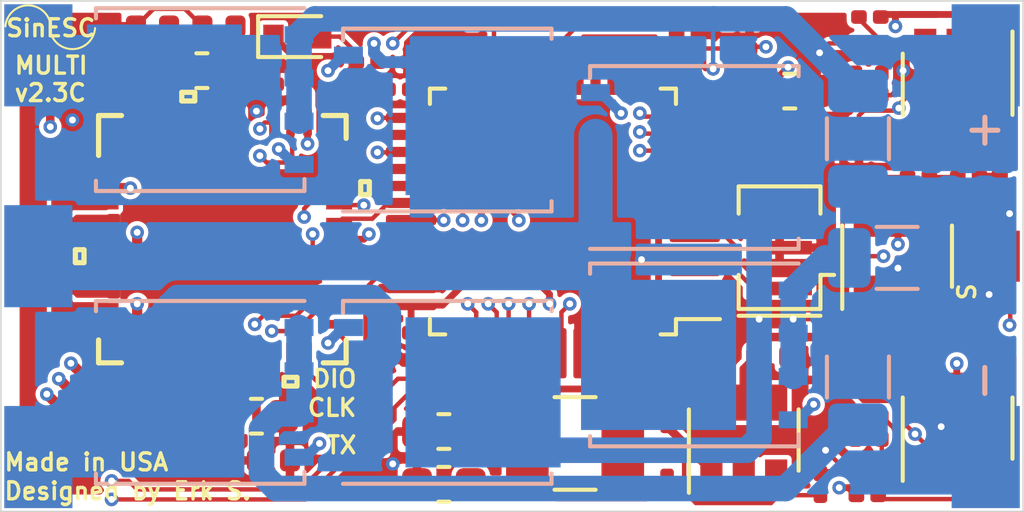
<source format=kicad_pcb>
(kicad_pcb (version 20171130) (host pcbnew "(5.1.6)-1")
  (title_block (title "SinESC Multi Edition PCB") (date 2020-12-28) (rev 2.3C) (company "Drawn by Erk S., © 2020 SinESC") (comment 1 "*Adheres to OSH Park and PCBWay design rules"))
  (layers (0 F.Cu signal hide) (1 In1.Cu signal hide) (2 In2.Cu signal hide) (31 B.Cu signal hide) (34 B.Paste user hide) (35 F.Paste user hide) (36 B.SilkS user hide) (37 F.SilkS user hide) (38 B.Mask user hide) (39 F.Mask user hide) (44 Edge.Cuts user))
  (net 0 "")
  (net 1 Earth)
  (net 2 +3V3)
  (net 3 "Net-(C2-Pad1)")
  (net 4 OCP_COMP_U)
  (net 5 "Net-(C7-Pad1)")
  (net 6 OCP_COMP_V)
  (net 7 "Net-(C14-Pad1)")
  (net 8 OCP_COMP_W)
  (net 9 +5V)
  (net 10 +12V)
  (net 11 VBUS)
  (net 12 CU)
  (net 13 "Net-(C24-Pad1)")
  (net 14 "Net-(C25-Pad1)")
  (net 15 CV)
  (net 16 CW)
  (net 17 VBUS_SENSE)
  (net 18 U)
  (net 19 SHUNT_U)
  (net 20 V)
  (net 21 SHUNT_V)
  (net 22 W)
  (net 23 SHUNT_W)
  (net 24 "Net-(R8-Pad2)")
  (net 25 CUR_U)
  (net 26 CUR_V)
  (net 27 CUR_W)
  (net 28 "Net-(R22-Pad2)")
  (net 29 HSU)
  (net 30 LSU)
  (net 31 HSV)
  (net 32 LSV)
  (net 33 HSW)
  (net 34 LSW)
  (net 35 "Net-(U1-Pad2)")
  (net 36 "Net-(U1-Pad3)")
  (net 37 "Net-(U1-Pad4)")
  (net 38 "Net-(U1-Pad5)")
  (net 39 "Net-(U1-Pad6)")
  (net 40 "Net-(U1-Pad13)")
  (net 41 "Net-(U1-Pad14)")
  (net 42 "Net-(U1-Pad15)")
  (net 43 "Net-(U1-Pad16)")
  (net 44 "Net-(U1-Pad19)")
  (net 45 "Net-(U1-Pad20)")
  (net 46 DRV_EN)
  (net 47 DRV_FAULT)
  (net 48 PWM_V_L)
  (net 49 PWM_W_L)
  (net 50 PWM_U_H)
  (net 51 PWM_V_H)
  (net 52 PWM_W_H)
  (net 53 PWM_U_L)
  (net 54 "Net-(U1-Pad33)")
  (net 55 SWDIO)
  (net 56 SWCLK)
  (net 57 SPI_CSN)
  (net 58 SPI_SCK)
  (net 59 SPI_SDO)
  (net 60 SPI_SDI)
  (net 61 UART_TX)
  (net 62 "Net-(U1-Pad45)")
  (net 63 "Net-(U1-Pad46)")
  (net 64 "Net-(U4-Pad2)")
  (net 65 "Net-(U4-Pad9)")
  (net 66 "Net-(C23-Pad1)")
  (net 67 "Net-(C16-Pad1)")
  (net 68 "Net-(C21-Pad2)")
  (net 69 "Net-(C30-Pad2)")
  (net 70 "Net-(C20-Pad2)")
  (net 71 "Net-(C21-Pad1)")
  (net 72 "Net-(C30-Pad1)")
  (net 73 "Net-(R17-Pad2)")
  (net 74 "Net-(R24-Pad1)")
  (net 75 SINWIRE)
  (module Resistor_SMD:R_0201_0603Metric (layer F.Cu) (at 39.05 29.2 90)
    (fp_text reference R24)
    (fp_text value 52.3kΩ hide)
    (pad 2 smd roundrect (at 0.32 0 90) (size 0.46 0.4) (layers F.Cu F.Mask) (net 1 Earth))
    (pad 1 smd roundrect (at -0.32 0 90) (size 0.46 0.4) (layers F.Cu F.Mask) (net 74 "Net-(R24-Pad1)"))
  )
  (module Resistor_SMD:R_1206_3216Metric (layer B.Cu) (at 40.15 26.05 270)
    (fp_text reference R12 hide)
    (fp_text value 1mΩ hide)
    (pad 2 smd roundrect (at 1.4 0 270) (size 1.25 1.75) (layers B.Cu B.Paste B.Mask) (roundrect_rratio 0.2) (net 23 SHUNT_W))
    (pad 1 smd roundrect (at -1.4 0 270) (size 1.25 1.75) (layers B.Cu B.Paste B.Mask) (roundrect_rratio 0.2) (net 1 Earth))
  )
  (module Inductor_SMD:L_1210_3225Metric (layer F.Cu) (at 31.85 28 180)
    (fp_text reference L1)
    (fp_text value 10µH hide)
    (pad 2 smd roundrect (at 1.4 0 180) (size 1.25 2.65) (layers F.Cu F.Paste F.Mask) (roundrect_rratio 0.2) (net 2 +3V3))
    (pad 1 smd roundrect (at -1.4 0 180) (size 1.25 2.65) (layers F.Cu F.Paste F.Mask) (roundrect_rratio 0.2) (net 72 "Net-(C30-Pad1)"))
  )
  (module Package_QFP:LQFP-48_7x7mm_P0.5mm (layer F.Cu) (at 31.2 21.1875 180)
    (fp_text reference U1)
    (fp_text value STM32F303CBT7 hide)
    (pad 48 smd roundrect (at -2.75 -4.1625 180) (size 0.3 1.475) (layers F.Cu F.Paste F.Mask) (net 2 +3V3))
    (pad 47 smd roundrect (at -2.25 -4.1625 180) (size 0.3 1.475) (layers F.Cu F.Paste F.Mask) (net 1 Earth))
    (pad 46 smd roundrect (at -1.75 -4.1625 180) (size 0.3 1.475) (layers F.Cu F.Paste F.Mask) (net 63 "Net-(U1-Pad46)"))
    (pad 45 smd roundrect (at -1.25 -4.1625 180) (size 0.3 1.475) (layers F.Cu F.Paste F.Mask) (net 62 "Net-(U1-Pad45)"))
    (pad 44 smd roundrect (at -0.75 -4.1625 180) (size 0.3 1.475) (layers F.Cu F.Paste F.Mask) (net 1 Earth))
    (pad 43 smd roundrect (at -0.25 -4.1625 180) (size 0.3 1.475) (layers F.Cu F.Paste F.Mask) (net 75 SINWIRE))
    (pad 42 smd roundrect (at 0.25 -4.1625 180) (size 0.3 1.475) (layers F.Cu F.Paste F.Mask) (net 61 UART_TX))
    (pad 41 smd roundrect (at 0.75 -4.1625 180) (size 0.3 1.475) (layers F.Cu F.Paste F.Mask) (net 60 SPI_SDI))
    (pad 40 smd roundrect (at 1.25 -4.1625 180) (size 0.3 1.475) (layers F.Cu F.Paste F.Mask) (net 59 SPI_SDO))
    (pad 39 smd roundrect (at 1.75 -4.1625 180) (size 0.3 1.475) (layers F.Cu F.Paste F.Mask) (net 58 SPI_SCK))
    (pad 38 smd roundrect (at 2.25 -4.1625 180) (size 0.3 1.475) (layers F.Cu F.Paste F.Mask) (net 57 SPI_CSN))
    (pad 37 smd roundrect (at 2.75 -4.1625 180) (size 0.3 1.475) (layers F.Cu F.Paste F.Mask) (net 56 SWCLK))
    (pad 36 smd roundrect (at 4.1625 -2.75 180) (size 1.475 0.3) (layers F.Cu F.Paste F.Mask) (net 2 +3V3))
    (pad 35 smd roundrect (at 4.1625 -2.25 180) (size 1.475 0.3) (layers F.Cu F.Paste F.Mask) (net 1 Earth))
    (pad 34 smd roundrect (at 4.1625 -1.75 180) (size 1.475 0.3) (layers F.Cu F.Paste F.Mask) (net 55 SWDIO))
    (pad 33 smd roundrect (at 4.1625 -1.25 180) (size 1.475 0.3) (layers F.Cu F.Paste F.Mask) (net 54 "Net-(U1-Pad33)"))
    (pad 32 smd roundrect (at 4.1625 -0.75 180) (size 1.475 0.3) (layers F.Cu F.Paste F.Mask) (net 53 PWM_U_L))
    (pad 31 smd roundrect (at 4.1625 -0.25 180) (size 1.475 0.3) (layers F.Cu F.Paste F.Mask) (net 52 PWM_W_H))
    (pad 30 smd roundrect (at 4.1625 0.25 180) (size 1.475 0.3) (layers F.Cu F.Paste F.Mask) (net 51 PWM_V_H))
    (pad 29 smd roundrect (at 4.1625 0.75 180) (size 1.475 0.3) (layers F.Cu F.Paste F.Mask) (net 50 PWM_U_H))
    (pad 28 smd roundrect (at 4.1625 1.25 180) (size 1.475 0.3) (layers F.Cu F.Paste F.Mask) (net 49 PWM_W_L))
    (pad 27 smd roundrect (at 4.1625 1.75 180) (size 1.475 0.3) (layers F.Cu F.Paste F.Mask) (net 48 PWM_V_L))
    (pad 26 smd roundrect (at 4.1625 2.25 180) (size 1.475 0.3) (layers F.Cu F.Paste F.Mask) (net 17 VBUS_SENSE))
    (pad 25 smd roundrect (at 4.1625 2.75 180) (size 1.475 0.3) (layers F.Cu F.Paste F.Mask) (net 47 DRV_FAULT))
    (pad 24 smd roundrect (at 2.75 4.1625 180) (size 0.3 1.475) (layers F.Cu F.Paste F.Mask) (net 2 +3V3))
    (pad 23 smd roundrect (at 2.25 4.1625 180) (size 0.3 1.475) (layers F.Cu F.Paste F.Mask) (net 1 Earth))
    (pad 22 smd roundrect (at 1.75 4.1625 180) (size 0.3 1.475) (layers F.Cu F.Paste F.Mask) (net 8 OCP_COMP_W))
    (pad 21 smd roundrect (at 1.25 4.1625 180) (size 0.3 1.475) (layers F.Cu F.Paste F.Mask) (net 46 DRV_EN))
    (pad 20 smd roundrect (at 0.75 4.1625 180) (size 0.3 1.475) (layers F.Cu F.Paste F.Mask) (net 45 "Net-(U1-Pad20)"))
    (pad 19 smd roundrect (at 0.25 4.1625 180) (size 0.3 1.475) (layers F.Cu F.Paste F.Mask) (net 44 "Net-(U1-Pad19)"))
    (pad 18 smd roundrect (at -0.25 4.1625 180) (size 0.3 1.475) (layers F.Cu F.Paste F.Mask) (net 6 OCP_COMP_V))
    (pad 17 smd roundrect (at -0.75 4.1625 180) (size 0.3 1.475) (layers F.Cu F.Paste F.Mask) (net 4 OCP_COMP_U))
    (pad 16 smd roundrect (at -1.25 4.1625 180) (size 0.3 1.475) (layers F.Cu F.Paste F.Mask) (net 43 "Net-(U1-Pad16)"))
    (pad 15 smd roundrect (at -1.75 4.1625 180) (size 0.3 1.475) (layers F.Cu F.Paste F.Mask) (net 42 "Net-(U1-Pad15)"))
    (pad 14 smd roundrect (at -2.25 4.1625 180) (size 0.3 1.475) (layers F.Cu F.Paste F.Mask) (net 41 "Net-(U1-Pad14)"))
    (pad 13 smd roundrect (at -2.75 4.1625 180) (size 0.3 1.475) (layers F.Cu F.Paste F.Mask) (net 40 "Net-(U1-Pad13)"))
    (pad 12 smd roundrect (at -4.1625 2.75 180) (size 1.475 0.3) (layers F.Cu F.Paste F.Mask) (net 27 CUR_W))
    (pad 11 smd roundrect (at -4.1625 2.25 180) (size 1.475 0.3) (layers F.Cu F.Paste F.Mask) (net 26 CUR_V))
    (pad 10 smd roundrect (at -4.1625 1.75 180) (size 1.475 0.3) (layers F.Cu F.Paste F.Mask) (net 25 CUR_U))
    (pad 9 smd roundrect (at -4.1625 1.25 180) (size 1.475 0.3) (layers F.Cu F.Paste F.Mask) (net 2 +3V3))
    (pad 8 smd roundrect (at -4.1625 0.75 180) (size 1.475 0.3) (layers F.Cu F.Paste F.Mask) (net 1 Earth))
    (pad 7 smd roundrect (at -4.1625 0.25 180) (size 1.475 0.3) (layers F.Cu F.Paste F.Mask) (net 3 "Net-(C2-Pad1)"))
    (pad 6 smd roundrect (at -4.1625 -0.25 180) (size 1.475 0.3) (layers F.Cu F.Paste F.Mask) (net 39 "Net-(U1-Pad6)"))
    (pad 5 smd roundrect (at -4.1625 -0.75 180) (size 1.475 0.3) (layers F.Cu F.Paste F.Mask) (net 38 "Net-(U1-Pad5)"))
    (pad 4 smd roundrect (at -4.1625 -1.25 180) (size 1.475 0.3) (layers F.Cu F.Paste F.Mask) (net 37 "Net-(U1-Pad4)"))
    (pad 3 smd roundrect (at -4.1625 -1.75 180) (size 1.475 0.3) (layers F.Cu F.Paste F.Mask) (net 36 "Net-(U1-Pad3)"))
    (pad 2 smd roundrect (at -4.1625 -2.25 180) (size 1.475 0.3) (layers F.Cu F.Paste F.Mask) (net 35 "Net-(U1-Pad2)"))
    (pad 1 smd roundrect (at -4.1625 -2.75 180) (size 1.475 0.3) (layers F.Cu F.Paste F.Mask) (net 2 +3V3))
  )
  (module Resistor_SMD:R_0201_0603Metric (layer F.Cu) (at 41.93 24.825 180)
    (fp_text reference R10)
    (fp_text value 86.6Ω hide)
    (pad 2 smd roundrect (at 0.32 0 180) (size 0.46 0.4) (layers F.Cu F.Mask) (net 21 SHUNT_V))
    (pad 1 smd roundrect (at -0.32 0 180) (size 0.46 0.4) (layers F.Cu F.Mask) (net 7 "Net-(C14-Pad1)"))
  )
  (module Capacitor_SMD:C_0201_0603Metric (layer F.Cu) (at 35.75 17.6 180)
    (fp_text reference C6)
    (fp_text value 6.8nF hide)
    (pad 2 smd roundrect (at 0.32 0 180) (size 0.46 0.4) (layers F.Cu F.Mask) (net 4 OCP_COMP_U))
    (pad 1 smd roundrect (at -0.32 0 180) (size 0.46 0.4) (layers F.Cu F.Mask) (net 1 Earth))
  )
  (module Capacitor_SMD:C_0402_1005Metric (layer B.Cu) (at 42.3 20.25 270)
    (fp_text reference C33 hide)
    (fp_text value 1µF hide)
    (pad 2 smd roundrect (at 0.485 0 270) (size 0.59 0.64) (layers B.Cu B.Paste B.Mask) (net 1 Earth))
    (pad 1 smd roundrect (at -0.485 0 270) (size 0.59 0.64) (layers B.Cu B.Paste B.Mask) (net 11 VBUS))
  )
  (module Capacitor_SMD:C_0402_1005Metric (layer B.Cu) (at 43.35 20.25 270)
    (fp_text reference C31 hide)
    (fp_text value 1µF hide)
    (pad 2 smd roundrect (at 0.485 0 270) (size 0.59 0.64) (layers B.Cu B.Paste B.Mask) (net 1 Earth))
    (pad 1 smd roundrect (at -0.485 0 270) (size 0.59 0.64) (layers B.Cu B.Paste B.Mask) (net 11 VBUS))
  )
  (module Capacitor_SMD:C_0402_1005Metric (layer B.Cu) (at 44.4 20.25 270)
    (fp_text reference C32 hide)
    (fp_text value 1µF hide)
    (pad 2 smd roundrect (at 0.485 0 270) (size 0.59 0.64) (layers B.Cu B.Paste B.Mask) (net 1 Earth))
    (pad 1 smd roundrect (at -0.485 0 270) (size 0.59 0.64) (layers B.Cu B.Paste B.Mask) (net 11 VBUS))
  )
  (module Capacitor_SMD:C_0603_1608Metric (layer F.Cu) (at 20.9 17.05 180)
    (fp_text reference C21)
    (fp_text value 22nF hide)
    (pad 2 smd roundrect (at 0.7875 0 180) (size 0.875 0.95) (layers F.Cu F.Paste F.Mask) (net 68 "Net-(C21-Pad2)"))
    (pad 1 smd roundrect (at -0.7875 0 180) (size 0.875 0.95) (layers F.Cu F.Paste F.Mask) (net 71 "Net-(C21-Pad1)"))
  )
  (module Capacitor_SMD:C_0201_0603Metric (layer F.Cu) (at 18.65 17.45 180)
    (fp_text reference C20)
    (fp_text value 100nF hide)
    (pad 2 smd roundrect (at 0.32 0 180) (size 0.46 0.4) (layers F.Cu F.Mask) (net 70 "Net-(C20-Pad2)"))
    (pad 1 smd roundrect (at -0.32 0 180) (size 0.46 0.4) (layers F.Cu F.Mask) (net 11 VBUS))
  )
  (module Capacitor_SMD:C_0603_1608Metric (layer F.Cu) (at 22.5 27.2)
    (fp_text reference C22)
    (fp_text value 10µF hide)
    (pad 2 smd roundrect (at 0.7875 0) (size 0.875 0.95) (layers F.Cu F.Paste F.Mask) (net 1 Earth))
    (pad 1 smd roundrect (at -0.7875 0) (size 0.875 0.95) (layers F.Cu F.Paste F.Mask) (net 10 +12V))
  )
  (module Capacitor_SMD:C_0402_1005Metric (layer F.Cu) (at 21.05 28.5 180)
    (fp_text reference C19)
    (fp_text value 1µF hide)
    (pad 2 smd roundrect (at 0.485 0 180) (size 0.59 0.64) (layers F.Cu F.Paste F.Mask) (net 1 Earth))
    (pad 1 smd roundrect (at -0.485 0 180) (size 0.59 0.64) (layers F.Cu F.Paste F.Mask) (net 9 +5V))
  )
  (module Capacitor_SMD:C_0201_0603Metric (layer F.Cu) (at 23.4 17.45 180)
    (fp_text reference C17)
    (fp_text value 100nF hide)
    (pad 2 smd roundrect (at 0.32 0 180) (size 0.46 0.4) (layers F.Cu F.Mask) (net 1 Earth))
    (pad 1 smd roundrect (at -0.32 0 180) (size 0.46 0.4) (layers F.Cu F.Mask) (net 2 +3V3))
  )
  (module Package_TO_SOT_SMD:TDSON-8-1 (layer B.Cu) (at 35.35 19.6)
    (fp_text reference Q3 hide)
    (fp_text value BSC010N04LSI hide)
    (pad 5 smd rect (at 1.05 0) (size 4.55 4.41) (layers B.Cu) (net 11 VBUS))
    (pad 4 smd rect (at -2.9 -1.905) (size 0.85 0.5) (layers B.Cu B.Paste B.Mask) (net 31 HSV))
    (pad 3 smd rect (at -2.9 -0.635) (size 0.85 0.5) (layers B.Cu B.Paste B.Mask) (net 20 V))
    (pad 2 smd rect (at -2.9 0.635) (size 0.85 0.5) (layers B.Cu B.Paste B.Mask) (net 20 V))
    (pad 1 smd rect (at -2.9 1.905) (size 0.85 0.5) (layers B.Cu B.Paste B.Mask) (net 20 V))
  )
  (module Pads:Pad_0.8mm_Square (layer F.Cu) (at 25.9 27.9)
    (fp_text reference TP3 hide)
    (fp_text value Pad_0.8mm_Square hide)
    (pad 1 smd rect (at 0 0) (size 0.8 0.8) (layers F.Cu F.Mask) (net 61 UART_TX))
  )
  (module Pads:Pad_0.8mm_Square (layer F.Cu) (at 25.9 26.8)
    (fp_text reference TP2 hide)
    (fp_text value Pad_0.8mm_Square hide)
    (pad 1 smd rect (at 0 0) (size 0.8 0.8) (layers F.Cu F.Mask) (net 56 SWCLK))
  )
  (module Pads:Pad_0.8mm_Square (layer F.Cu) (at 25.9 25.7)
    (fp_text reference TP1 hide)
    (fp_text value Pad_0.8mm_Square hide)
    (pad 1 smd rect (at 0 0) (size 0.8 0.8) (layers F.Cu F.Mask) (net 55 SWDIO))
  )
  (module Pads:Pad_1.5mm_Square (layer F.Cu) (at 44.15 22.5)
    (fp_text reference J6 hide)
    (fp_text value Pad_1.5mm_Square hide)
    (pad 1 smd rect (at 0 0) (size 1.5 1.5) (layers F.Cu F.Mask) (net 75 SINWIRE))
  )
  (module Pads:Pad_3x2mm (layer B.Cu) (at 43.9 28.4 90)
    (fp_text reference J5 hide)
    (fp_text value Pad_3x2mm hide)
    (pad 1 smd rect (at 0 0 90) (size 3 2) (layers B.Cu B.Mask) (net 1 Earth))
  )
  (module Pads:Pad_3x2mm (layer B.Cu) (at 43.9 16.6 90)
    (fp_text reference J4 hide)
    (fp_text value Pad_3x2mm hide)
    (pad 1 smd rect (at 0 0 90) (size 3 2) (layers B.Cu B.Mask) (net 11 VBUS))
  )
  (module Pads:Pad_3x2mm (layer B.Cu) (at 16.1 28.4 90)
    (fp_text reference J3 hide)
    (fp_text value Pad_3x2mm hide)
    (pad 1 smd rect (at 0 0 90) (size 3 2) (layers B.Cu B.Mask) (net 22 W))
  )
  (module Pads:Pad_3x2mm (layer B.Cu) (at 16.1 22.5 90)
    (fp_text reference J2 hide)
    (fp_text value Pad_3x2mm hide)
    (pad 1 smd rect (at 0 0 90) (size 3 2) (layers B.Cu B.Mask) (net 20 V))
  )
  (module Pads:Pad_3x2mm (layer B.Cu) (at 16.1 16.6 270)
    (fp_text reference J1 hide)
    (fp_text value Pad_3x2mm hide)
    (pad 1 smd rect (at 0 0 270) (size 3 2) (layers B.Cu B.Mask) (net 18 U))
  )
  (module Capacitor_SMD:C_0201_0603Metric (layer F.Cu) (at 35.73 24.8)
    (fp_text reference C1)
    (fp_text value 100nF hide)
    (pad 2 smd roundrect (at 0.32 0) (size 0.46 0.4) (layers F.Cu F.Mask) (net 1 Earth))
    (pad 1 smd roundrect (at -0.32 0) (size 0.46 0.4) (layers F.Cu F.Mask) (net 2 +3V3))
  )
  (module Capacitor_SMD:C_0201_0603Metric (layer F.Cu) (at 37.85 20)
    (fp_text reference C2)
    (fp_text value 100nF hide)
    (pad 2 smd roundrect (at 0.32 0) (size 0.46 0.4) (layers F.Cu F.Mask) (net 1 Earth))
    (pad 1 smd roundrect (at -0.32 0) (size 0.46 0.4) (layers F.Cu F.Mask) (net 3 "Net-(C2-Pad1)"))
  )
  (module Capacitor_SMD:C_0201_0603Metric (layer F.Cu) (at 35.12 25.575)
    (fp_text reference C3)
    (fp_text value 6.8nF hide)
    (pad 2 smd roundrect (at 0.32 0) (size 0.46 0.4) (layers F.Cu F.Mask) (net 1 Earth))
    (pad 1 smd roundrect (at -0.32 0) (size 0.46 0.4) (layers F.Cu F.Mask) (net 2 +3V3))
  )
  (module Capacitor_SMD:C_0201_0603Metric (layer F.Cu) (at 27.25 16.8 180)
    (fp_text reference C4)
    (fp_text value 100nF hide)
    (pad 2 smd roundrect (at 0.32 0 180) (size 0.46 0.4) (layers F.Cu F.Mask) (net 1 Earth))
    (pad 1 smd roundrect (at -0.32 0 180) (size 0.46 0.4) (layers F.Cu F.Mask) (net 2 +3V3))
  )
  (module Capacitor_SMD:C_0201_0603Metric (layer F.Cu) (at 26.68 17.6 180)
    (fp_text reference C5)
    (fp_text value 6.8nF hide)
    (pad 2 smd roundrect (at 0.32 0 180) (size 0.46 0.4) (layers F.Cu F.Mask) (net 1 Earth))
    (pad 1 smd roundrect (at -0.32 0 180) (size 0.46 0.4) (layers F.Cu F.Mask) (net 2 +3V3))
  )
  (module Capacitor_SMD:C_0201_0603Metric (layer F.Cu) (at 40.075 17.45 270)
    (fp_text reference C7)
    (fp_text value 6.8nF hide)
    (pad 2 smd roundrect (at 0.32 0 270) (size 0.46 0.4) (layers F.Cu F.Mask) (net 1 Earth))
    (pad 1 smd roundrect (at -0.32 0 270) (size 0.46 0.4) (layers F.Cu F.Mask) (net 5 "Net-(C7-Pad1)"))
  )
  (module Capacitor_SMD:C_0201_0603Metric (layer F.Cu) (at 26.68 24.75 180)
    (fp_text reference C8)
    (fp_text value 100nF hide)
    (pad 2 smd roundrect (at 0.32 0 180) (size 0.46 0.4) (layers F.Cu F.Mask) (net 1 Earth))
    (pad 1 smd roundrect (at -0.32 0 180) (size 0.46 0.4) (layers F.Cu F.Mask) (net 2 +3V3))
  )
  (module Capacitor_SMD:C_0201_0603Metric (layer F.Cu) (at 27.25 25.55 180)
    (fp_text reference C9)
    (fp_text value 6.8nF hide)
    (pad 2 smd roundrect (at 0.32 0 180) (size 0.46 0.4) (layers F.Cu F.Mask) (net 1 Earth))
    (pad 1 smd roundrect (at -0.32 0 180) (size 0.46 0.4) (layers F.Cu F.Mask) (net 2 +3V3))
  )
  (module Capacitor_SMD:C_0201_0603Metric (layer F.Cu) (at 37.85 19.2)
    (fp_text reference C10)
    (fp_text value 6.8nF hide)
    (pad 2 smd roundrect (at 0.32 0) (size 0.46 0.4) (layers F.Cu F.Mask) (net 1 Earth))
    (pad 1 smd roundrect (at -0.32 0) (size 0.46 0.4) (layers F.Cu F.Mask) (net 2 +3V3))
  )
  (module Capacitor_SMD:C_0402_1005Metric (layer F.Cu) (at 39.15 19.415 270)
    (fp_text reference C11)
    (fp_text value 1µF hide)
    (pad 2 smd roundrect (at 0.485 0 270) (size 0.59 0.64) (layers F.Cu F.Paste F.Mask) (net 1 Earth))
    (pad 1 smd roundrect (at -0.485 0 270) (size 0.59 0.64) (layers F.Cu F.Paste F.Mask) (net 2 +3V3))
  )
  (module Capacitor_SMD:C_0201_0603Metric (layer F.Cu) (at 35.15 16 180)
    (fp_text reference C12)
    (fp_text value 6.8nF hide)
    (pad 2 smd roundrect (at 0.32 0 180) (size 0.46 0.4) (layers F.Cu F.Mask) (net 6 OCP_COMP_V))
    (pad 1 smd roundrect (at -0.32 0 180) (size 0.46 0.4) (layers F.Cu F.Mask) (net 1 Earth))
  )
  (module Capacitor_SMD:C_0603_1608Metric (layer F.Cu) (at 38.15 17.65)
    (fp_text reference C13)
    (fp_text value 10µF hide)
    (pad 2 smd roundrect (at 0.7875 0) (size 0.875 0.95) (layers F.Cu F.Paste F.Mask) (net 1 Earth))
    (pad 1 smd roundrect (at -0.7875 0) (size 0.875 0.95) (layers F.Cu F.Paste F.Mask) (net 2 +3V3))
  )
  (module Capacitor_SMD:C_0201_0603Metric (layer F.Cu) (at 43.875 24.05)
    (fp_text reference C14)
    (fp_text value 6.8nF hide)
    (pad 2 smd roundrect (at 0.32 0) (size 0.46 0.4) (layers F.Cu F.Mask) (net 1 Earth))
    (pad 1 smd roundrect (at -0.32 0) (size 0.46 0.4) (layers F.Cu F.Mask) (net 7 "Net-(C14-Pad1)"))
  )
  (module Capacitor_SMD:C_0201_0603Metric (layer F.Cu) (at 36.65 15.6 180)
    (fp_text reference C15)
    (fp_text value 6.8nF hide)
    (pad 2 smd roundrect (at 0.32 0 180) (size 0.46 0.4) (layers F.Cu F.Mask) (net 8 OCP_COMP_W))
    (pad 1 smd roundrect (at -0.32 0 180) (size 0.46 0.4) (layers F.Cu F.Mask) (net 1 Earth))
  )
  (module Capacitor_SMD:C_0201_0603Metric (layer F.Cu) (at 40.85 27.55 90)
    (fp_text reference C16)
    (fp_text value 6.8nF hide)
    (pad 2 smd roundrect (at 0.32 0 90) (size 0.46 0.4) (layers F.Cu F.Mask) (net 1 Earth))
    (pad 1 smd roundrect (at -0.32 0 90) (size 0.46 0.4) (layers F.Cu F.Mask) (net 67 "Net-(C16-Pad1)"))
  )
  (module Capacitor_SMD:C_0402_1005Metric (layer F.Cu) (at 23 28.5)
    (fp_text reference C18)
    (fp_text value 1µF hide)
    (pad 2 smd roundrect (at 0.485 0) (size 0.59 0.64) (layers F.Cu F.Paste F.Mask) (net 1 Earth))
    (pad 1 smd roundrect (at -0.485 0) (size 0.59 0.64) (layers F.Cu F.Paste F.Mask) (net 9 +5V))
  )
  (module Capacitor_SMD:C_0402_1005Metric (layer F.Cu) (at 16.8 24.5 270)
    (fp_text reference C23)
    (fp_text value 1µF hide)
    (pad 2 smd roundrect (at 0.485 0 270) (size 0.59 0.64) (layers F.Cu F.Paste F.Mask) (net 12 CU))
    (pad 1 smd roundrect (at -0.485 0 270) (size 0.59 0.64) (layers F.Cu F.Paste F.Mask) (net 66 "Net-(C23-Pad1)"))
  )
  (module Capacitor_SMD:C_0402_1005Metric (layer F.Cu) (at 16.8 22.5 270)
    (fp_text reference C24)
    (fp_text value 1µF hide)
    (pad 2 smd roundrect (at 0.485 0 270) (size 0.59 0.64) (layers F.Cu F.Paste F.Mask) (net 15 CV))
    (pad 1 smd roundrect (at -0.485 0 270) (size 0.59 0.64) (layers F.Cu F.Paste F.Mask) (net 13 "Net-(C24-Pad1)"))
  )
  (module Capacitor_SMD:C_0402_1005Metric (layer F.Cu) (at 16.8 20.485 90)
    (fp_text reference C25)
    (fp_text value 1µF hide)
    (pad 2 smd roundrect (at 0.485 0 90) (size 0.59 0.64) (layers F.Cu F.Paste F.Mask) (net 16 CW))
    (pad 1 smd roundrect (at -0.485 0 90) (size 0.59 0.64) (layers F.Cu F.Paste F.Mask) (net 14 "Net-(C25-Pad1)"))
  )
  (module Capacitor_SMD:C_0402_1005Metric (layer F.Cu) (at 19.45 15.75 180)
    (fp_text reference C26)
    (fp_text value 1µF hide)
    (pad 2 smd roundrect (at 0.485 0 180) (size 0.59 0.64) (layers F.Cu F.Paste F.Mask) (net 1 Earth))
    (pad 1 smd roundrect (at -0.485 0 180) (size 0.59 0.64) (layers F.Cu F.Paste F.Mask) (net 11 VBUS))
  )
  (module Capacitor_SMD:C_0402_1005Metric (layer F.Cu) (at 21.4 15.75 180)
    (fp_text reference C27)
    (fp_text value 100nF hide)
    (pad 2 smd roundrect (at 0.485 0 180) (size 0.59 0.64) (layers F.Cu F.Paste F.Mask) (net 1 Earth))
    (pad 1 smd roundrect (at -0.485 0 180) (size 0.59 0.64) (layers F.Cu F.Paste F.Mask) (net 11 VBUS))
  )
  (module Diode_SMD:D_SOD-523 (layer F.Cu) (at 23.7 16.05)
    (fp_text reference D1)
    (fp_text value BAT30KFILM hide)
    (pad 1 smd rect (at -0.7 0 180) (size 0.6 0.7) (layers F.Cu F.Paste F.Mask) (net 2 +3V3))
    (pad 2 smd rect (at 0.7 0 180) (size 0.6 0.7) (layers F.Cu F.Paste F.Mask) (net 17 VBUS_SENSE))
  )
  (module Package_TO_SOT_SMD:TDSON-8-1 (layer B.Cu) (at 28.1 18.5)
    (fp_text reference Q1 hide)
    (fp_text value BSC010N04LSI hide)
    (pad 5 smd rect (at 1.05 0) (size 4.55 4.41) (layers B.Cu) (net 11 VBUS))
    (pad 4 smd rect (at -2.9 -1.905) (size 0.85 0.5) (layers B.Cu B.Paste B.Mask) (net 29 HSU))
    (pad 3 smd rect (at -2.9 -0.635) (size 0.85 0.5) (layers B.Cu B.Paste B.Mask) (net 18 U))
    (pad 2 smd rect (at -2.9 0.635) (size 0.85 0.5) (layers B.Cu B.Paste B.Mask) (net 18 U))
    (pad 1 smd rect (at -2.9 1.905) (size 0.85 0.5) (layers B.Cu B.Paste B.Mask) (net 18 U))
  )
  (module Package_TO_SOT_SMD:TDSON-8-1 (layer B.Cu) (at 20.85 17.9 180)
    (fp_text reference Q2 hide)
    (fp_text value BSC010N04LSI hide)
    (pad 5 smd rect (at 1.05 0 180) (size 4.55 4.41) (layers B.Cu) (net 18 U))
    (pad 4 smd rect (at -2.9 -1.905 180) (size 0.85 0.5) (layers B.Cu B.Paste B.Mask) (net 30 LSU))
    (pad 3 smd rect (at -2.9 -0.635 180) (size 0.85 0.5) (layers B.Cu B.Paste B.Mask) (net 19 SHUNT_U))
    (pad 2 smd rect (at -2.9 0.635 180) (size 0.85 0.5) (layers B.Cu B.Paste B.Mask) (net 19 SHUNT_U))
    (pad 1 smd rect (at -2.9 1.905 180) (size 0.85 0.5) (layers B.Cu B.Paste B.Mask) (net 19 SHUNT_U))
  )
  (module Package_TO_SOT_SMD:TDSON-8-1 (layer B.Cu) (at 35.35 25.4 180)
    (fp_text reference Q4 hide)
    (fp_text value BSC010N04LSI hide)
    (pad 5 smd rect (at 1.05 0 180) (size 4.55 4.41) (layers B.Cu) (net 20 V))
    (pad 4 smd rect (at -2.9 -1.905 180) (size 0.85 0.5) (layers B.Cu B.Paste B.Mask) (net 32 LSV))
    (pad 3 smd rect (at -2.9 -0.635 180) (size 0.85 0.5) (layers B.Cu B.Paste B.Mask) (net 21 SHUNT_V))
    (pad 2 smd rect (at -2.9 0.635 180) (size 0.85 0.5) (layers B.Cu B.Paste B.Mask) (net 21 SHUNT_V))
    (pad 1 smd rect (at -2.9 1.905 180) (size 0.85 0.5) (layers B.Cu B.Paste B.Mask) (net 21 SHUNT_V))
  )
  (module Package_TO_SOT_SMD:TDSON-8-1 (layer B.Cu) (at 28.1 26.5)
    (fp_text reference Q5 hide)
    (fp_text value BSC010N04LSI hide)
    (pad 5 smd rect (at 1.05 0) (size 4.55 4.41) (layers B.Cu) (net 11 VBUS))
    (pad 4 smd rect (at -2.9 -1.905) (size 0.85 0.5) (layers B.Cu B.Paste B.Mask) (net 33 HSW))
    (pad 3 smd rect (at -2.9 -0.635) (size 0.85 0.5) (layers B.Cu B.Paste B.Mask) (net 22 W))
    (pad 2 smd rect (at -2.9 0.635) (size 0.85 0.5) (layers B.Cu B.Paste B.Mask) (net 22 W))
    (pad 1 smd rect (at -2.9 1.905) (size 0.85 0.5) (layers B.Cu B.Paste B.Mask) (net 22 W))
  )
  (module Package_TO_SOT_SMD:TDSON-8-1 (layer B.Cu) (at 20.85 26.5 180)
    (fp_text reference Q6 hide)
    (fp_text value BSC010N04LSI hide)
    (pad 5 smd rect (at 1.05 0 180) (size 4.55 4.41) (layers B.Cu) (net 22 W))
    (pad 4 smd rect (at -2.9 -1.905 180) (size 0.85 0.5) (layers B.Cu B.Paste B.Mask) (net 34 LSW))
    (pad 3 smd rect (at -2.9 -0.635 180) (size 0.85 0.5) (layers B.Cu B.Paste B.Mask) (net 23 SHUNT_W))
    (pad 2 smd rect (at -2.9 0.635 180) (size 0.85 0.5) (layers B.Cu B.Paste B.Mask) (net 23 SHUNT_W))
    (pad 1 smd rect (at -2.9 1.905 180) (size 0.85 0.5) (layers B.Cu B.Paste B.Mask) (net 23 SHUNT_W))
  )
  (module Resistor_SMD:R_0201_0603Metric (layer F.Cu) (at 40.5 16.25 180)
    (fp_text reference R1)
    (fp_text value 86.6Ω hide)
    (pad 2 smd roundrect (at 0.32 0 180) (size 0.46 0.4) (layers F.Cu F.Mask) (net 19 SHUNT_U))
    (pad 1 smd roundrect (at -0.32 0 180) (size 0.46 0.4) (layers F.Cu F.Mask) (net 5 "Net-(C7-Pad1)"))
  )
  (module Resistor_SMD:R_0201_0603Metric (layer F.Cu) (at 35.15 16.8)
    (fp_text reference R2)
    (fp_text value 1.5kΩ hide)
    (pad 2 smd roundrect (at 0.32 0) (size 0.46 0.4) (layers F.Cu F.Mask) (net 19 SHUNT_U))
    (pad 1 smd roundrect (at -0.32 0) (size 0.46 0.4) (layers F.Cu F.Mask) (net 4 OCP_COMP_U))
  )
  (module Resistor_SMD:R_1206_3216Metric (layer B.Cu) (at 40.15 19.05 90)
    (fp_text reference R3 hide)
    (fp_text value 1mΩ hide)
    (pad 2 smd roundrect (at 1.4 0 90) (size 1.25 1.75) (layers B.Cu B.Paste B.Mask) (roundrect_rratio 0.2) (net 19 SHUNT_U))
    (pad 1 smd roundrect (at -1.4 0 90) (size 1.25 1.75) (layers B.Cu B.Paste B.Mask) (roundrect_rratio 0.2) (net 1 Earth))
  )
  (module Resistor_SMD:R_0201_0603Metric (layer F.Cu) (at 40.5 15.475 180)
    (fp_text reference R4)
    (fp_text value 5.1kΩ hide)
    (pad 2 smd roundrect (at 0.32 0 180) (size 0.46 0.4) (layers F.Cu F.Mask) (net 5 "Net-(C7-Pad1)"))
    (pad 1 smd roundrect (at -0.32 0 180) (size 0.46 0.4) (layers F.Cu F.Mask) (net 2 +3V3))
  )
  (module Resistor_SMD:R_0201_0603Metric (layer F.Cu) (at 40.85 17.45 270)
    (fp_text reference R5)
    (fp_text value 976Ω hide)
    (pad 2 smd roundrect (at 0.32 0 270) (size 0.46 0.4) (layers F.Cu F.Mask) (net 1 Earth))
    (pad 1 smd roundrect (at -0.32 0 270) (size 0.46 0.4) (layers F.Cu F.Mask) (net 5 "Net-(C7-Pad1)"))
  )
  (module Resistor_SMD:R_0201_0603Metric (layer F.Cu) (at 36.65 16.4)
    (fp_text reference R6)
    (fp_text value 1.5kΩ hide)
    (pad 2 smd roundrect (at 0.32 0) (size 0.46 0.4) (layers F.Cu F.Mask) (net 21 SHUNT_V))
    (pad 1 smd roundrect (at -0.32 0) (size 0.46 0.4) (layers F.Cu F.Mask) (net 6 OCP_COMP_V))
  )
  (module Resistor_SMD:R_1206_3216Metric (layer B.Cu) (at 41.3 22.55 180)
    (fp_text reference R7 hide)
    (fp_text value 1mΩ hide)
    (pad 2 smd roundrect (at 1.4 0 180) (size 1.25 1.75) (layers B.Cu B.Paste B.Mask) (roundrect_rratio 0.2) (net 21 SHUNT_V))
    (pad 1 smd roundrect (at -1.4 0 180) (size 1.25 1.75) (layers B.Cu B.Paste B.Mask) (roundrect_rratio 0.2) (net 1 Earth))
  )
  (module Resistor_SMD:R_0201_0603Metric (layer F.Cu) (at 40.5 18.65)
    (fp_text reference R8)
    (fp_text value 15kΩ hide)
    (pad 2 smd roundrect (at 0.32 0) (size 0.46 0.4) (layers F.Cu F.Mask) (net 24 "Net-(R8-Pad2)"))
    (pad 1 smd roundrect (at -0.32 0) (size 0.46 0.4) (layers F.Cu F.Mask) (net 25 CUR_U))
  )
  (module Resistor_SMD:R_0201_0603Metric (layer F.Cu) (at 40.5 19.425 180)
    (fp_text reference R9)
    (fp_text value 470Ω hide)
    (pad 2 smd roundrect (at 0.32 0 180) (size 0.46 0.4) (layers F.Cu F.Mask) (net 1 Earth))
    (pad 1 smd roundrect (at -0.32 0 180) (size 0.46 0.4) (layers F.Cu F.Mask) (net 24 "Net-(R8-Pad2)"))
  )
  (module Resistor_SMD:R_0201_0603Metric (layer F.Cu) (at 29.15 15.6 180)
    (fp_text reference R11)
    (fp_text value 1.5kΩ hide)
    (pad 2 smd roundrect (at 0.32 0 180) (size 0.46 0.4) (layers F.Cu F.Mask) (net 23 SHUNT_W))
    (pad 1 smd roundrect (at -0.32 0 180) (size 0.46 0.4) (layers F.Cu F.Mask) (net 8 OCP_COMP_W))
  )
  (module Resistor_SMD:R_0201_0603Metric (layer F.Cu) (at 43.4 24.825 180)
    (fp_text reference R13)
    (fp_text value 5.1kΩ hide)
    (pad 2 smd roundrect (at 0.32 0 180) (size 0.46 0.4) (layers F.Cu F.Mask) (net 7 "Net-(C14-Pad1)"))
    (pad 1 smd roundrect (at -0.32 0 180) (size 0.46 0.4) (layers F.Cu F.Mask) (net 2 +3V3))
  )
  (module Resistor_SMD:R_0201_0603Metric (layer F.Cu) (at 43.875 20.95)
    (fp_text reference R14)
    (fp_text value 976Ω hide)
    (pad 2 smd roundrect (at 0.32 0) (size 0.46 0.4) (layers F.Cu F.Mask) (net 1 Earth))
    (pad 1 smd roundrect (at -0.32 0) (size 0.46 0.4) (layers F.Cu F.Mask) (net 7 "Net-(C14-Pad1)"))
  )
  (module Resistor_SMD:R_0201_0603Metric (layer F.Cu) (at 41.925 20.175)
    (fp_text reference R17)
    (fp_text value 15kΩ hide)
    (pad 2 smd roundrect (at 0.32 0) (size 0.46 0.4) (layers F.Cu F.Mask) (net 73 "Net-(R17-Pad2)"))
    (pad 1 smd roundrect (at -0.32 0) (size 0.46 0.4) (layers F.Cu F.Mask) (net 26 CUR_V))
  )
  (module Resistor_SMD:R_0201_0603Metric (layer F.Cu) (at 43.4 20.175)
    (fp_text reference R18)
    (fp_text value 470Ω hide)
    (pad 2 smd roundrect (at 0.32 0) (size 0.46 0.4) (layers F.Cu F.Mask) (net 1 Earth))
    (pad 1 smd roundrect (at -0.32 0) (size 0.46 0.4) (layers F.Cu F.Mask) (net 73 "Net-(R17-Pad2)"))
  )
  (module Resistor_SMD:R_0201_0603Metric (layer F.Cu) (at 25.75 16.8 180)
    (fp_text reference R15)
    (fp_text value 120kΩ hide)
    (pad 2 smd roundrect (at 0.32 0 180) (size 0.46 0.4) (layers F.Cu F.Mask) (net 17 VBUS_SENSE))
    (pad 1 smd roundrect (at -0.32 0 180) (size 0.46 0.4) (layers F.Cu F.Mask) (net 11 VBUS))
  )
  (module Resistor_SMD:R_0201_0603Metric (layer F.Cu) (at 25.2 17.6)
    (fp_text reference R16)
    (fp_text value 15kΩ hide)
    (pad 2 smd roundrect (at 0.32 0) (size 0.46 0.4) (layers F.Cu F.Mask) (net 1 Earth))
    (pad 1 smd roundrect (at -0.32 0) (size 0.46 0.4) (layers F.Cu F.Mask) (net 17 VBUS_SENSE))
  )
  (module Resistor_SMD:R_0201_0603Metric (layer F.Cu) (at 40.425 28.75 180)
    (fp_text reference R19)
    (fp_text value 86.6Ω hide)
    (pad 2 smd roundrect (at 0.32 0 180) (size 0.46 0.4) (layers F.Cu F.Mask) (net 23 SHUNT_W))
    (pad 1 smd roundrect (at -0.32 0 180) (size 0.46 0.4) (layers F.Cu F.Mask) (net 67 "Net-(C16-Pad1)"))
  )
  (module Resistor_SMD:R_0201_0603Metric (layer F.Cu) (at 40.425 29.525)
    (fp_text reference R20)
    (fp_text value 5.1kΩ hide)
    (pad 2 smd roundrect (at 0.32 0) (size 0.46 0.4) (layers F.Cu F.Mask) (net 67 "Net-(C16-Pad1)"))
    (pad 1 smd roundrect (at -0.32 0) (size 0.46 0.4) (layers F.Cu F.Mask) (net 2 +3V3))
  )
  (module Resistor_SMD:R_0201_0603Metric (layer F.Cu) (at 40.075 27.55 90)
    (fp_text reference R21)
    (fp_text value 976Ω hide)
    (pad 2 smd roundrect (at 0.32 0 90) (size 0.46 0.4) (layers F.Cu F.Mask) (net 1 Earth))
    (pad 1 smd roundrect (at -0.32 0 90) (size 0.46 0.4) (layers F.Cu F.Mask) (net 67 "Net-(C16-Pad1)"))
  )
  (module Resistor_SMD:R_0201_0603Metric (layer F.Cu) (at 40.425 26.35)
    (fp_text reference R22)
    (fp_text value 15kΩ hide)
    (pad 2 smd roundrect (at 0.32 0) (size 0.46 0.4) (layers F.Cu F.Mask) (net 28 "Net-(R22-Pad2)"))
    (pad 1 smd roundrect (at -0.32 0) (size 0.46 0.4) (layers F.Cu F.Mask) (net 27 CUR_W))
  )
  (module Resistor_SMD:R_0201_0603Metric (layer F.Cu) (at 40.425 25.575)
    (fp_text reference R23)
    (fp_text value 470Ω hide)
    (pad 2 smd roundrect (at 0.32 0) (size 0.46 0.4) (layers F.Cu F.Mask) (net 1 Earth))
    (pad 1 smd roundrect (at -0.32 0) (size 0.46 0.4) (layers F.Cu F.Mask) (net 28 "Net-(R22-Pad2)"))
  )
  (module Package_TO_SOT_SMD:SOT-23-6 (layer F.Cu) (at 43.075 17.45 270)
    (fp_text reference U2)
    (fp_text value MAX4239AUT hide)
    (pad 5 smd rect (at 1.1 0 270) (size 1.06 0.65) (layers F.Cu F.Paste F.Mask) (net 2 +3V3))
    (pad 6 smd rect (at 1.1 -0.95 270) (size 1.06 0.65) (layers F.Cu F.Paste F.Mask) (net 2 +3V3))
    (pad 4 smd rect (at 1.1 0.95 270) (size 1.06 0.65) (layers F.Cu F.Paste F.Mask) (net 24 "Net-(R8-Pad2)"))
    (pad 3 smd rect (at -1.1 0.95 270) (size 1.06 0.65) (layers F.Cu F.Paste F.Mask) (net 5 "Net-(C7-Pad1)"))
    (pad 2 smd rect (at -1.1 0 270) (size 1.06 0.65) (layers F.Cu F.Paste F.Mask) (net 1 Earth))
    (pad 1 smd rect (at -1.1 -0.95 270) (size 1.06 0.65) (layers F.Cu F.Paste F.Mask) (net 25 CUR_U))
  )
  (module Package_TO_SOT_SMD:SOT-23-6 (layer F.Cu) (at 41.3 22.5 90)
    (fp_text reference U3)
    (fp_text value MAX4239AUT hide)
    (pad 5 smd rect (at 1.1 0 90) (size 1.06 0.65) (layers F.Cu F.Paste F.Mask) (net 2 +3V3))
    (pad 6 smd rect (at 1.1 -0.95 90) (size 1.06 0.65) (layers F.Cu F.Paste F.Mask) (net 2 +3V3))
    (pad 4 smd rect (at 1.1 0.95 90) (size 1.06 0.65) (layers F.Cu F.Paste F.Mask) (net 73 "Net-(R17-Pad2)"))
    (pad 3 smd rect (at -1.1 0.95 90) (size 1.06 0.65) (layers F.Cu F.Paste F.Mask) (net 7 "Net-(C14-Pad1)"))
    (pad 2 smd rect (at -1.1 0 90) (size 1.06 0.65) (layers F.Cu F.Paste F.Mask) (net 1 Earth))
    (pad 1 smd rect (at -1.1 -0.95 90) (size 1.06 0.65) (layers F.Cu F.Paste F.Mask) (net 26 CUR_V))
  )
  (module TMC6100-LA:TMC6100-LA (layer F.Cu) (at 21.5 22 90)
    (fp_text reference U4)
    (fp_text value TMC6100-LA hide)
    (pad 38 smd rect (at 0 0 90) (size 4.0894 4.0894) (layers F.Cu F.Mask) (net 1 Earth))
    (pad 37 smd rect (at -2.5 -3.4266 90) (size 0.254 0.762) (layers F.Cu F.Paste F.Mask) (net 29 HSU))
    (pad 36 smd rect (at -2.000001 -3.4266 90) (size 0.254 0.762) (layers F.Cu F.Paste F.Mask) (net 66 "Net-(C23-Pad1)"))
    (pad 35 smd rect (at -1.000001 -3.4266 90) (size 0.254 0.762) (layers F.Cu F.Paste F.Mask) (net 15 CV))
    (pad 34 smd rect (at -0.499999 -3.4266 90) (size 0.254 0.762) (layers F.Cu F.Paste F.Mask) (net 31 HSV))
    (pad 33 smd rect (at 0 -3.4266 90) (size 0.254 0.762) (layers F.Cu F.Paste F.Mask) (net 13 "Net-(C24-Pad1)"))
    (pad 32 smd rect (at 1.000001 -3.4266 90) (size 0.254 0.762) (layers F.Cu F.Paste F.Mask) (net 14 "Net-(C25-Pad1)"))
    (pad 31 smd rect (at 1.5 -3.4266 90) (size 0.254 0.762) (layers F.Cu F.Paste F.Mask) (net 33 HSW))
    (pad 30 smd rect (at 2.000001 -3.4266 90) (size 0.254 0.762) (layers F.Cu F.Paste F.Mask) (net 16 CW))
    (pad 29 smd rect (at 3.4266 -2.5 180) (size 0.254 0.762) (layers F.Cu F.Paste F.Mask) (net 70 "Net-(C20-Pad2)"))
    (pad 28 smd rect (at 3.4266 -2.000001 180) (size 0.254 0.762) (layers F.Cu F.Paste F.Mask) (net 11 VBUS))
    (pad 27 smd rect (at 3.4266 -1.5 180) (size 0.254 0.762) (layers F.Cu F.Paste F.Mask) (net 68 "Net-(C21-Pad2)"))
    (pad 26 smd rect (at 3.4266 -0.499999 180) (size 0.254 0.762) (layers F.Cu F.Paste F.Mask) (net 71 "Net-(C21-Pad1)"))
    (pad 25 smd rect (at 3.4266 0.499999 180) (size 0.254 0.762) (layers F.Cu F.Paste F.Mask) (net 11 VBUS))
    (pad 24 smd rect (at 3.4266 1.5 180) (size 0.254 0.762) (layers F.Cu F.Paste F.Mask) (net 46 DRV_EN))
    (pad 23 smd rect (at 3.4266 2.000001 180) (size 0.254 0.762) (layers F.Cu F.Paste F.Mask) (net 47 DRV_FAULT))
    (pad 22 smd rect (at 3.4266 2.5 180) (size 0.254 0.762) (layers F.Cu F.Paste F.Mask) (net 2 +3V3))
    (pad 21 smd rect (at 2.5 3.4266 90) (size 0.254 0.762) (layers F.Cu F.Paste F.Mask) (net 1 Earth))
    (pad 20 smd rect (at 2.000001 3.4266 90) (size 0.254 0.762) (layers F.Cu F.Paste F.Mask) (net 49 PWM_W_L))
    (pad 19 smd rect (at 1.5 3.4266 90) (size 0.254 0.762) (layers F.Cu F.Paste F.Mask) (net 52 PWM_W_H))
    (pad 18 smd rect (at 1.000001 3.4266 90) (size 0.254 0.762) (layers F.Cu F.Paste F.Mask) (net 48 PWM_V_L))
    (pad 17 smd rect (at 0.499999 3.4266 90) (size 0.254 0.762) (layers F.Cu F.Paste F.Mask) (net 51 PWM_V_H))
    (pad 16 smd rect (at 0 3.4266 90) (size 0.254 0.762) (layers F.Cu F.Paste F.Mask) (net 2 +3V3))
    (pad 15 smd rect (at -0.499999 3.4266 90) (size 0.254 0.762) (layers F.Cu F.Paste F.Mask) (net 53 PWM_U_L))
    (pad 14 smd rect (at -1.000001 3.4266 90) (size 0.254 0.762) (layers F.Cu F.Paste F.Mask) (net 50 PWM_U_H))
    (pad 13 smd rect (at -1.5 3.4266 90) (size 0.254 0.762) (layers F.Cu F.Paste F.Mask) (net 59 SPI_SDO))
    (pad 12 smd rect (at -2.000001 3.4266 90) (size 0.254 0.762) (layers F.Cu F.Paste F.Mask) (net 60 SPI_SDI))
    (pad 11 smd rect (at -2.5 3.4266 90) (size 0.254 0.762) (layers F.Cu F.Paste F.Mask) (net 58 SPI_SCK))
    (pad 10 smd rect (at -3.4266 2.5 180) (size 0.254 0.762) (layers F.Cu F.Paste F.Mask) (net 57 SPI_CSN))
    (pad 9 smd rect (at -3.4266 2.000001 180) (size 0.254 0.762) (layers F.Cu F.Paste F.Mask) (net 65 "Net-(U4-Pad9)"))
    (pad 8 smd rect (at -3.4266 1.5 180) (size 0.254 0.762) (layers F.Cu F.Paste F.Mask) (net 1 Earth))
    (pad 7 smd rect (at -3.4266 1.000001 180) (size 0.254 0.762) (layers F.Cu F.Paste F.Mask) (net 9 +5V))
    (pad 6 smd rect (at -3.4266 0.499999 180) (size 0.254 0.762) (layers F.Cu F.Paste F.Mask) (net 10 +12V))
    (pad 5 smd rect (at -3.4266 0 180) (size 0.254 0.762) (layers F.Cu F.Paste F.Mask) (net 30 LSU))
    (pad 4 smd rect (at -3.4266 -0.499999 180) (size 0.254 0.762) (layers F.Cu F.Paste F.Mask) (net 32 LSV))
    (pad 3 smd rect (at -3.4266 -1.000001 180) (size 0.254 0.762) (layers F.Cu F.Paste F.Mask) (net 34 LSW))
    (pad 2 smd rect (at -3.4266 -1.5 180) (size 0.254 0.762) (layers F.Cu F.Paste F.Mask) (net 64 "Net-(U4-Pad2)"))
    (pad 1 smd rect (at -3.4266 -2.5 180) (size 0.254 0.762) (layers F.Cu F.Paste F.Mask) (net 12 CU))
  )
  (module Package_TO_SOT_SMD:SOT-23-6 (layer F.Cu) (at 43.075 27.55 90)
    (fp_text reference U5)
    (fp_text value MAX4239AUT hide)
    (pad 5 smd rect (at 1.1 0 90) (size 1.06 0.65) (layers F.Cu F.Paste F.Mask) (net 2 +3V3))
    (pad 6 smd rect (at 1.1 -0.95 90) (size 1.06 0.65) (layers F.Cu F.Paste F.Mask) (net 2 +3V3))
    (pad 4 smd rect (at 1.1 0.95 90) (size 1.06 0.65) (layers F.Cu F.Paste F.Mask) (net 28 "Net-(R22-Pad2)"))
    (pad 3 smd rect (at -1.1 0.95 90) (size 1.06 0.65) (layers F.Cu F.Paste F.Mask) (net 67 "Net-(C16-Pad1)"))
    (pad 2 smd rect (at -1.1 0 90) (size 1.06 0.65) (layers F.Cu F.Paste F.Mask) (net 1 Earth))
    (pad 1 smd rect (at -1.1 -0.95 90) (size 1.06 0.65) (layers F.Cu F.Paste F.Mask) (net 27 CUR_W))
  )
  (module Crystal:Resonator_SMD_muRata_CSTxExxV-3Pin_3.0x1.1mm (layer F.Cu) (at 37.85 22.25 90)
    (fp_text reference Y1)
    (fp_text value 8MHz hide)
    (pad 3 smd rect (at 1.2 0 90) (size 0.4 1.9) (layers F.Cu F.Paste F.Mask) (net 39 "Net-(U1-Pad6)"))
    (pad 2 smd rect (at 0 0 90) (size 0.4 1.9) (layers F.Cu F.Paste F.Mask) (net 1 Earth))
    (pad 1 smd rect (at -1.2 0 90) (size 0.4 1.9) (layers F.Cu F.Paste F.Mask) (net 38 "Net-(U1-Pad5)"))
  )
  (module Capacitor_SMD:C_0402_1005Metric (layer F.Cu) (at 39.15 25.65 270)
    (fp_text reference C28)
    (fp_text value 1µF hide)
    (pad 2 smd roundrect (at 0.485 0 270) (size 0.59 0.64) (layers F.Cu F.Paste F.Mask) (net 1 Earth))
    (pad 1 smd roundrect (at -0.485 0 270) (size 0.59 0.64) (layers F.Cu F.Paste F.Mask) (net 11 VBUS))
  )
  (module Capacitor_SMD:C_0402_1005Metric (layer F.Cu) (at 37.65 25.45)
    (fp_text reference C29)
    (fp_text value 1µF hide)
    (pad 2 smd roundrect (at 0.485 0) (size 0.59 0.64) (layers F.Cu F.Paste F.Mask) (net 1 Earth))
    (pad 1 smd roundrect (at -0.485 0) (size 0.59 0.64) (layers F.Cu F.Paste F.Mask) (net 11 VBUS))
  )
  (module Capacitor_SMD:C_0201_0603Metric (layer F.Cu) (at 34.55 27.15 270)
    (fp_text reference C30)
    (fp_text value 100nF hide)
    (pad 2 smd roundrect (at 0.32 0 270) (size 0.46 0.4) (layers F.Cu F.Mask) (net 69 "Net-(C30-Pad2)"))
    (pad 1 smd roundrect (at -0.32 0 270) (size 0.46 0.4) (layers F.Cu F.Mask) (net 72 "Net-(C30-Pad1)"))
  )
  (module Capacitor_SMD:C_0603_1608Metric (layer F.Cu) (at 28 29.2)
    (fp_text reference C34)
    (fp_text value 10µF hide)
    (pad 2 smd roundrect (at 0.7875 0) (size 0.875 0.95) (layers F.Cu F.Paste F.Mask) (net 2 +3V3))
    (pad 1 smd roundrect (at -0.7875 0) (size 0.875 0.95) (layers F.Cu F.Paste F.Mask) (net 1 Earth))
  )
  (module Capacitor_SMD:C_0603_1608Metric (layer F.Cu) (at 28 27.65)
    (fp_text reference C35)
    (fp_text value 10µF hide)
    (pad 2 smd roundrect (at 0.7875 0) (size 0.875 0.95) (layers F.Cu F.Paste F.Mask) (net 2 +3V3))
    (pad 1 smd roundrect (at -0.7875 0) (size 0.875 0.95) (layers F.Cu F.Paste F.Mask) (net 1 Earth))
  )
  (module Resistor_SMD:R_0201_0603Metric (layer F.Cu) (at 34.55 28.65 270)
    (fp_text reference R25)
    (fp_text value 120kΩ hide)
    (pad 2 smd roundrect (at 0.32 0 270) (size 0.46 0.4) (layers F.Cu F.Mask) (net 2 +3V3))
    (pad 1 smd roundrect (at -0.32 0 270) (size 0.46 0.4) (layers F.Cu F.Mask) (net 74 "Net-(R24-Pad1)"))
  )
  (module Package_TO_SOT_SMD:SOT-23-6 (layer F.Cu) (at 36.8 27.9 90)
    (fp_text reference U6)
    (fp_text value TPS560430XDBVR hide)
    (pad 5 smd rect (at 1.1 0 90) (size 1.06 0.65) (layers F.Cu F.Paste F.Mask) (net 11 VBUS))
    (pad 6 smd rect (at 1.1 -0.95 90) (size 1.06 0.65) (layers F.Cu F.Paste F.Mask) (net 72 "Net-(C30-Pad1)"))
    (pad 4 smd rect (at 1.1 0.95 90) (size 1.06 0.65) (layers F.Cu F.Paste F.Mask) (net 11 VBUS))
    (pad 3 smd rect (at -1.1 0.95 90) (size 1.06 0.65) (layers F.Cu F.Paste F.Mask) (net 74 "Net-(R24-Pad1)"))
    (pad 2 smd rect (at -1.1 0 90) (size 1.06 0.65) (layers F.Cu F.Paste F.Mask) (net 1 Earth))
    (pad 1 smd rect (at -1.1 -0.95 90) (size 1.06 0.65) (layers F.Cu F.Paste F.Mask) (net 69 "Net-(C30-Pad2)"))
  )
  (gr_text "Made in USA" (at 15.05 28.55) (layer F.SilkS) (effects (font (size 0.5 0.5) (thickness 0.1)) (justify left)))
  (gr_text S (at 43.35 23.85 90) (layer F.SilkS) (effects (font (size 0.5 0.5) (thickness 0.1)) (justify left)))
  (gr_text "Designed by Erk S." (at 15.05 29.4) (layer F.SilkS) (effects (font (size 0.5 0.5) (thickness 0.1)) (justify left)))
  (gr_text - (at 43.8 26.15 90) (layer B.SilkS) (effects (font (size 1 1)) (justify mirror)))
  (gr_text + (at 43.95 18.8 270) (layer B.SilkS) (effects (font (size 1 1)) (justify mirror)))
  (gr_text TX (at 24.5 28.05) (layer F.SilkS) (effects (font (size 0.5 0.5) (thickness 0.1)) (justify left)))
  (gr_text CLK (at 23.95 26.95) (layer F.SilkS) (effects (font (size 0.5 0.5) (thickness 0.1)) (justify left)))
  (gr_text DIO (at 24.1 26.1) (layer F.SilkS) (effects (font (size 0.5 0.5) (thickness 0.1)) (justify left)))
  (gr_arc (start 17.1 15.75) (end 16.450001 15.899999) (angle -162.6) (layer F.SilkS) (width 0.06))
  (gr_arc (start 15.800001 15.799999) (end 16.45 15.65) (angle -162.6000098) (layer F.SilkS) (width 0.06))
  (gr_text "MULTI\nv2.3C" (at 15.35 17.3) (layer F.SilkS) (effects (font (size 0.5 0.5) (thickness 0.1)) (justify left)))
  (gr_text SinESC (at 15.1 15.8) (layer F.SilkS) (effects (font (size 0.5 0.5) (thickness 0.1)) (justify left)))
  (gr_line (start 45 30) (end 15 30) (layer Edge.Cuts) (width 0.05))
  (gr_line (start 45 15) (end 45 30) (layer Edge.Cuts) (width 0.05))
  (gr_line (start 15 15) (end 45 15) (layer Edge.Cuts) (width 0.05))
  (gr_line (start 15 15) (end 15 30) (layer Edge.Cuts) (width 0.05))
  (via (at 26.5 28.6) (size 0.4) (drill 0.2) (layers F.Cu B.Cu) (net 1))
  (via (at 44 23.625) (size 0.4) (drill 0.2) (layers F.Cu B.Cu) (net 1))
  (segment (start 43.075 27.99) (end 43.075 28.65) (width 0.13) (layer F.Cu) (net 1))
  (segment (start 42.335 27.25) (end 42.5925 27.5075) (width 0.13) (layer F.Cu) (net 1))
  (segment (start 41.125 25.575) (end 41.604999 26.054999) (width 0.13) (layer F.Cu) (net 1))
  (segment (start 41.604999 26.054999) (end 41.604999 27.136001) (width 0.13) (layer F.Cu) (net 1))
  (segment (start 41.604999 27.136001) (end 41.718998 27.25) (width 0.13) (layer F.Cu) (net 1))
  (segment (start 40.745 25.575) (end 41.125 25.575) (width 0.13) (layer F.Cu) (net 1))
  (segment (start 41.718998 27.25) (end 42.335 27.25) (width 0.13) (layer F.Cu) (net 1))
  (via (at 41.325 22.85) (size 0.4) (drill 0.2) (layers F.Cu B.Cu) (net 1))
  (via (at 41.475 17.05) (size 0.4) (drill 0.2) (layers F.Cu B.Cu) (net 1))
  (segment (start 41.325 23.575) (end 41.3 23.6) (width 0.13) (layer F.Cu) (net 1))
  (segment (start 41.325 22.85) (end 41.325 23.575) (width 0.13) (layer F.Cu) (net 1))
  (segment (start 42.5925 27.5075) (end 43.075 27.99) (width 0.13) (layer F.Cu) (net 1))
  (via (at 42.5925 27.5075) (size 0.4) (drill 0.2) (layers F.Cu B.Cu) (net 1))
  (segment (start 26.93 16.52) (end 26.93 16.8) (width 0.13) (layer F.Cu) (net 1))
  (segment (start 27.4 16.05) (end 26.93 16.52) (width 0.13) (layer F.Cu) (net 1))
  (segment (start 28.8 16.05) (end 27.4 16.05) (width 0.13) (layer F.Cu) (net 1))
  (segment (start 28.95 17.025) (end 28.95 16.2) (width 0.13) (layer F.Cu) (net 1))
  (segment (start 28.95 16.2) (end 28.8 16.05) (width 0.13) (layer F.Cu) (net 1))
  (segment (start 21.5 22) (end 21.45 22) (width 0.13) (layer F.Cu) (net 1))
  (segment (start 21.45 22) (end 17.95 18.5) (width 0.13) (layer F.Cu) (net 1))
  (segment (start 17.95 18.5) (end 17.1 18.5) (width 0.13) (layer F.Cu) (net 1))
  (via (at 17.1 18.5) (size 0.4) (drill 0.2) (layers F.Cu B.Cu) (net 1))
  (segment (start 26.36 24.75) (end 26.36 25.01) (width 0.13) (layer F.Cu) (net 1))
  (segment (start 26.36 25.01) (end 26.9 25.55) (width 0.13) (layer F.Cu) (net 1))
  (segment (start 26.9 25.55) (end 26.93 25.55) (width 0.13) (layer F.Cu) (net 1))
  (via (at 33.8 22.6) (size 0.4) (drill 0.2) (layers F.Cu B.Cu) (net 1))
  (via (at 22.5 18.240055) (size 0.4) (drill 0.2) (layers F.Cu B.Cu) (net 1))
  (segment (start 23.08 17.45) (end 23.08 17.660055) (width 0.13) (layer F.Cu) (net 1))
  (segment (start 23.08 17.660055) (end 22.5 18.240055) (width 0.13) (layer F.Cu) (net 1))
  (segment (start 44.6 21.25) (end 44.495 21.25) (width 0.13) (layer F.Cu) (net 1))
  (via (at 44.6 21.25) (size 0.4) (drill 0.2) (layers F.Cu B.Cu) (net 1))
  (segment (start 20.39999 15.23499) (end 20.915 15.75) (width 0.13) (layer F.Cu) (net 1))
  (segment (start 19.48001 15.23499) (end 20.39999 15.23499) (width 0.13) (layer F.Cu) (net 1))
  (segment (start 18.965 15.75) (end 19.48001 15.23499) (width 0.13) (layer F.Cu) (net 1))
  (segment (start 43.075 29.31) (end 43.075 28.65) (width 0.13) (layer F.Cu) (net 1))
  (segment (start 41.25 28.981002) (end 41.643999 29.375001) (width 0.13) (layer F.Cu) (net 1))
  (segment (start 41.643999 29.375001) (end 43.009999 29.375001) (width 0.13) (layer F.Cu) (net 1))
  (segment (start 41.25 27.6) (end 41.25 28.981002) (width 0.13) (layer F.Cu) (net 1))
  (segment (start 40.85 27.23) (end 40.88 27.23) (width 0.13) (layer F.Cu) (net 1))
  (segment (start 40.88 27.23) (end 41.25 27.6) (width 0.13) (layer F.Cu) (net 1))
  (segment (start 43.009999 29.375001) (end 43.075 29.31) (width 0.13) (layer F.Cu) (net 1))
  (segment (start 41.475 17.425) (end 41.475 17.05) (width 0.13) (layer F.Cu) (net 1))
  (segment (start 40.85 17.77) (end 41.13 17.77) (width 0.13) (layer F.Cu) (net 1))
  (segment (start 41.13 17.77) (end 41.475 17.425) (width 0.13) (layer F.Cu) (net 1))
  (via (at 31.1 23.9) (size 0.4) (drill 0.2) (layers F.Cu B.Cu) (net 2))
  (via (at 38.1 16.95) (size 0.4) (drill 0.2) (layers F.Cu B.Cu) (net 2))
  (via (at 39.6 29.3) (size 0.4) (drill 0.2) (layers F.Cu B.Cu) (net 2))
  (via (at 43.05 25.65) (size 0.4) (drill 0.2) (layers F.Cu B.Cu) (net 2))
  (segment (start 43.05 26.425) (end 43.075 26.45) (width 0.2) (layer F.Cu) (net 2))
  (segment (start 43.05 25.65) (end 43.05 26.425) (width 0.2) (layer F.Cu) (net 2))
  (segment (start 43.075 18.55) (end 44.025 18.55) (width 0.2) (layer F.Cu) (net 2))
  (segment (start 40.895 15.4) (end 40.82 15.475) (width 0.2) (layer F.Cu) (net 2))
  (segment (start 44.025 18.325) (end 44.65 17.7) (width 0.2) (layer F.Cu) (net 2))
  (segment (start 44.025 18.55) (end 44.025 18.325) (width 0.2) (layer F.Cu) (net 2))
  (segment (start 44.65 17.7) (end 44.65 15.705998) (width 0.2) (layer F.Cu) (net 2))
  (segment (start 44.65 15.705998) (end 44.344002 15.4) (width 0.2) (layer F.Cu) (net 2))
  (segment (start 43.075 27.05) (end 43.075 26.45) (width 0.2) (layer F.Cu) (net 2))
  (segment (start 43.275 27.25) (end 43.075 27.05) (width 0.2) (layer F.Cu) (net 2))
  (segment (start 43.72 24.825) (end 44.05 24.825) (width 0.2) (layer F.Cu) (net 2))
  (segment (start 44.7 25.475) (end 44.7 27.044002) (width 0.2) (layer F.Cu) (net 2))
  (segment (start 44.7 27.044002) (end 44.494002 27.25) (width 0.2) (layer F.Cu) (net 2))
  (segment (start 44.05 24.825) (end 44.7 25.475) (width 0.2) (layer F.Cu) (net 2))
  (segment (start 44.494002 27.25) (end 43.275 27.25) (width 0.2) (layer F.Cu) (net 2))
  (segment (start 41.3 21.4) (end 40.35 21.4) (width 0.2) (layer F.Cu) (net 2))
  (segment (start 42.125 26.45) (end 43.075 26.45) (width 0.2) (layer F.Cu) (net 2))
  (via (at 41.325 22.15) (size 0.4) (drill 0.2) (layers F.Cu B.Cu) (net 2))
  (segment (start 41.325 21.425) (end 41.3 21.4) (width 0.2) (layer F.Cu) (net 2))
  (segment (start 41.325 22.15) (end 41.325 21.425) (width 0.2) (layer F.Cu) (net 2))
  (via (at 41.25 15.75) (size 0.4) (drill 0.2) (layers F.Cu B.Cu) (net 2))
  (segment (start 41.25 15.45) (end 41.2 15.4) (width 0.2) (layer F.Cu) (net 2))
  (segment (start 41.25 15.75) (end 41.25 15.45) (width 0.2) (layer F.Cu) (net 2))
  (segment (start 41.35 15.4) (end 41.2 15.4) (width 0.2) (layer F.Cu) (net 2))
  (segment (start 41.2 15.4) (end 40.895 15.4) (width 0.2) (layer F.Cu) (net 2))
  (segment (start 39.88 29.3) (end 40.105 29.525) (width 0.2) (layer F.Cu) (net 2))
  (segment (start 39.6 29.3) (end 39.88 29.3) (width 0.2) (layer F.Cu) (net 2))
  (segment (start 35.41 23.985) (end 35.3625 23.9375) (width 0.2) (layer F.Cu) (net 2))
  (segment (start 35.41 24.8) (end 35.41 23.985) (width 0.2) (layer F.Cu) (net 2))
  (segment (start 34.8 25.505) (end 34.8 25.575) (width 0.2) (layer F.Cu) (net 2))
  (segment (start 35.41 24.8) (end 35.41 24.895) (width 0.2) (layer F.Cu) (net 2))
  (segment (start 35.41 24.895) (end 34.8 25.505) (width 0.2) (layer F.Cu) (net 2))
  (segment (start 34.1 25.5) (end 34.725 25.5) (width 0.2) (layer F.Cu) (net 2))
  (segment (start 33.95 25.35) (end 34.1 25.5) (width 0.2) (layer F.Cu) (net 2))
  (segment (start 34.725 25.5) (end 34.8 25.575) (width 0.2) (layer F.Cu) (net 2))
  (segment (start 37.53 17.8175) (end 37.3625 17.65) (width 0.2) (layer F.Cu) (net 2))
  (segment (start 38.84 18.62) (end 37.53 18.62) (width 0.2) (layer F.Cu) (net 2))
  (segment (start 39.15 18.93) (end 38.84 18.62) (width 0.2) (layer F.Cu) (net 2))
  (segment (start 37.53 19.2) (end 37.53 18.62) (width 0.2) (layer F.Cu) (net 2))
  (segment (start 37.53 18.62) (end 37.53 17.8175) (width 0.2) (layer F.Cu) (net 2))
  (segment (start 34.5375 23.9375) (end 35.3625 23.9375) (width 0.2) (layer F.Cu) (net 2))
  (segment (start 34.3 23.7) (end 34.5375 23.9375) (width 0.2) (layer F.Cu) (net 2))
  (segment (start 34.3 20.2) (end 34.3 23.7) (width 0.2) (layer F.Cu) (net 2))
  (segment (start 35.3625 19.9375) (end 34.5625 19.9375) (width 0.2) (layer F.Cu) (net 2))
  (segment (start 34.5625 19.9375) (end 34.3 20.2) (width 0.2) (layer F.Cu) (net 2))
  (segment (start 27.57 16.8) (end 27.67 16.9) (width 0.2) (layer F.Cu) (net 2))
  (segment (start 28.325 16.9) (end 28.45 17.025) (width 0.2) (layer F.Cu) (net 2))
  (segment (start 27.67 16.9) (end 28.325 16.9) (width 0.2) (layer F.Cu) (net 2))
  (segment (start 27.0375 24.7125) (end 27 24.75) (width 0.2) (layer F.Cu) (net 2))
  (segment (start 27.0375 23.9375) (end 27.0375 24.7125) (width 0.2) (layer F.Cu) (net 2))
  (segment (start 37.4 17.65) (end 38.1 16.95) (width 0.2) (layer F.Cu) (net 2))
  (segment (start 37.3625 17.65) (end 37.4 17.65) (width 0.2) (layer F.Cu) (net 2))
  (segment (start 27.57 25.47) (end 27.57 25.55) (width 0.2) (layer F.Cu) (net 2))
  (segment (start 27 24.75) (end 27 24.9) (width 0.2) (layer F.Cu) (net 2))
  (segment (start 27 24.9) (end 27.57 25.47) (width 0.2) (layer F.Cu) (net 2))
  (segment (start 27 17.55) (end 27 17.6) (width 0.2) (layer F.Cu) (net 2))
  (segment (start 27.57 16.8) (end 27.57 16.98) (width 0.2) (layer F.Cu) (net 2))
  (segment (start 27.57 16.98) (end 27 17.55) (width 0.2) (layer F.Cu) (net 2))
  (via (at 25.8 21.85) (size 0.4) (drill 0.2) (layers F.Cu B.Cu) (net 2))
  (segment (start 25.65 22) (end 25.8 21.85) (width 0.2) (layer F.Cu) (net 2))
  (segment (start 24.9266 22) (end 25.65 22) (width 0.2) (layer F.Cu) (net 2))
  (segment (start 44.344002 15.4) (end 41.35 15.4) (width 0.2) (layer F.Cu) (net 2))
  (segment (start 42.45 15.4) (end 41.35 15.4) (width 0.2) (layer F.Cu) (net 2))
  (segment (start 24 17.73) (end 24 18.5734) (width 0.2) (layer F.Cu) (net 2))
  (segment (start 23.72 17.45) (end 24 17.73) (width 0.2) (layer F.Cu) (net 2))
  (segment (start 23.72 16.77) (end 23.72 17.45) (width 0.2) (layer F.Cu) (net 2))
  (segment (start 23 16.05) (end 23.72 16.77) (width 0.2) (layer F.Cu) (net 2))
  (via (at 24 19.2) (size 0.4) (drill 0.2) (layers F.Cu B.Cu) (net 2))
  (segment (start 24 18.5734) (end 24 19.2) (width 0.2) (layer F.Cu) (net 2))
  (via (at 29.1 21.45) (size 0.4) (drill 0.2) (layers F.Cu B.Cu) (net 2))
  (segment (start 28.45 18.95) (end 28.45 17.025) (width 0.2) (layer F.Cu) (net 2))
  (segment (start 29.1 21.45) (end 29.1 19.6) (width 0.2) (layer F.Cu) (net 2))
  (segment (start 29.1 19.6) (end 28.45 18.95) (width 0.2) (layer F.Cu) (net 2))
  (segment (start 35.3625 19.9375) (end 36.3375 19.9375) (width 0.2) (layer F.Cu) (net 2))
  (segment (start 37.075 19.2) (end 37.53 19.2) (width 0.2) (layer F.Cu) (net 2))
  (segment (start 36.3375 19.9375) (end 37.075 19.2) (width 0.2) (layer F.Cu) (net 2))
  (segment (start 30.45 28) (end 30.45 28.65) (width 0.25) (layer F.Cu) (net 2))
  (segment (start 28.7875 29.2) (end 30.25 29.2) (width 0.25) (layer F.Cu) (net 2))
  (segment (start 30.45 29) (end 30.45 28) (width 0.25) (layer F.Cu) (net 2))
  (segment (start 30.25 29.2) (end 30.45 29) (width 0.25) (layer F.Cu) (net 2))
  (segment (start 30.1 27.65) (end 28.7875 27.65) (width 0.25) (layer F.Cu) (net 2))
  (segment (start 30.45 28) (end 30.1 27.65) (width 0.25) (layer F.Cu) (net 2))
  (segment (start 30.45 28.7) (end 30.45 28) (width 0.2) (layer F.Cu) (net 2))
  (segment (start 31.35 29.6) (end 30.45 28.7) (width 0.2) (layer F.Cu) (net 2))
  (segment (start 34.55 28.97) (end 33.92 29.6) (width 0.2) (layer F.Cu) (net 2))
  (segment (start 33.92 29.6) (end 31.35 29.6) (width 0.2) (layer F.Cu) (net 2))
  (segment (start 33.95 26.15) (end 33.95 25.35) (width 0.2) (layer F.Cu) (net 2))
  (segment (start 33.7 26.4) (end 33.95 26.15) (width 0.2) (layer F.Cu) (net 2))
  (segment (start 31.4 26.4) (end 33.7 26.4) (width 0.2) (layer F.Cu) (net 2))
  (segment (start 30.45 28) (end 30.45 27.35) (width 0.2) (layer F.Cu) (net 2))
  (segment (start 30.45 27.35) (end 31.4 26.4) (width 0.2) (layer F.Cu) (net 2))
  (segment (start 27.9625 23.9375) (end 27.0375 23.9375) (width 0.2) (layer F.Cu) (net 2))
  (segment (start 28.55 23.35) (end 27.9625 23.9375) (width 0.2) (layer F.Cu) (net 2))
  (segment (start 30.832842 23.35) (end 28.55 23.35) (width 0.2) (layer F.Cu) (net 2))
  (segment (start 31.1 23.9) (end 31.1 23.617158) (width 0.2) (layer F.Cu) (net 2))
  (segment (start 31.1 23.617158) (end 30.832842 23.35) (width 0.2) (layer F.Cu) (net 2))
  (segment (start 37.2 20) (end 37.53 20) (width 0.13) (layer F.Cu) (net 3))
  (segment (start 35.3625 20.9375) (end 36.2625 20.9375) (width 0.13) (layer F.Cu) (net 3))
  (segment (start 36.2625 20.9375) (end 37.2 20) (width 0.13) (layer F.Cu) (net 3))
  (segment (start 34.83 17.08) (end 34.83 16.8) (width 0.13) (layer F.Cu) (net 4))
  (segment (start 35.43 17.6) (end 35.35 17.6) (width 0.13) (layer F.Cu) (net 4))
  (segment (start 35.35 17.6) (end 34.83 17.08) (width 0.13) (layer F.Cu) (net 4))
  (segment (start 31.95 16.2) (end 31.95 17.025) (width 0.13) (layer F.Cu) (net 4))
  (segment (start 32.1 16.05) (end 31.95 16.2) (width 0.13) (layer F.Cu) (net 4))
  (segment (start 34.83 16.8) (end 34.55 16.8) (width 0.13) (layer F.Cu) (net 4))
  (segment (start 34.35 16.6) (end 34.35 16.2) (width 0.13) (layer F.Cu) (net 4))
  (segment (start 34.2 16.05) (end 32.1 16.05) (width 0.13) (layer F.Cu) (net 4))
  (segment (start 34.55 16.8) (end 34.35 16.6) (width 0.13) (layer F.Cu) (net 4))
  (segment (start 34.35 16.2) (end 34.2 16.05) (width 0.13) (layer F.Cu) (net 4))
  (segment (start 40.075 17.13) (end 40.85 17.13) (width 0.13) (layer F.Cu) (net 5))
  (segment (start 42.025 16.25) (end 42.125 16.35) (width 0.13) (layer F.Cu) (net 5))
  (segment (start 40.82 16.25) (end 42.025 16.25) (width 0.13) (layer F.Cu) (net 5))
  (segment (start 40.82 17.1) (end 40.85 17.13) (width 0.13) (layer F.Cu) (net 5))
  (segment (start 40.82 16.25) (end 40.82 17.1) (width 0.13) (layer F.Cu) (net 5))
  (segment (start 40.82 16.25) (end 40.82 16.171105) (width 0.13) (layer F.Cu) (net 5))
  (segment (start 40.18 15.531105) (end 40.18 15.475) (width 0.13) (layer F.Cu) (net 5))
  (segment (start 40.82 16.171105) (end 40.18 15.531105) (width 0.13) (layer F.Cu) (net 5))
  (segment (start 34.58 15.75) (end 34.83 16) (width 0.13) (layer F.Cu) (net 6))
  (segment (start 31.45 17.025) (end 31.45 16.2) (width 0.13) (layer F.Cu) (net 6))
  (segment (start 31.9 15.75) (end 34.58 15.75) (width 0.13) (layer F.Cu) (net 6))
  (segment (start 31.45 16.2) (end 31.9 15.75) (width 0.13) (layer F.Cu) (net 6))
  (segment (start 34.83 16.28) (end 34.83 16) (width 0.13) (layer F.Cu) (net 6))
  (segment (start 36.33 16.4) (end 34.95 16.4) (width 0.13) (layer F.Cu) (net 6))
  (segment (start 34.95 16.4) (end 34.83 16.28) (width 0.13) (layer F.Cu) (net 6))
  (segment (start 42.25 24.825) (end 42.25 23.6) (width 0.13) (layer F.Cu) (net 7))
  (segment (start 42.25 24.825) (end 43.08 24.825) (width 0.13) (layer F.Cu) (net 7))
  (segment (start 43.555 24.05) (end 43.525 24.05) (width 0.13) (layer F.Cu) (net 7))
  (segment (start 43.08 24.495) (end 43.08 24.825) (width 0.13) (layer F.Cu) (net 7))
  (segment (start 43.525 24.05) (end 43.08 24.495) (width 0.13) (layer F.Cu) (net 7))
  (segment (start 42.25 23.4) (end 42.25 23.6) (width 0.13) (layer F.Cu) (net 7))
  (segment (start 42.95 22.7) (end 42.25 23.4) (width 0.13) (layer F.Cu) (net 7))
  (segment (start 42.95 21.5275) (end 42.95 22.7) (width 0.13) (layer F.Cu) (net 7))
  (segment (start 43.555 20.95) (end 43.5275 20.95) (width 0.13) (layer F.Cu) (net 7))
  (segment (start 43.5275 20.95) (end 42.95 21.5275) (width 0.13) (layer F.Cu) (net 7))
  (segment (start 29.47 17.005) (end 29.45 17.025) (width 0.13) (layer F.Cu) (net 8))
  (segment (start 29.47 15.6) (end 29.47 17.005) (width 0.13) (layer F.Cu) (net 8))
  (segment (start 36.21999 15.48999) (end 29.58001 15.48999) (width 0.13) (layer F.Cu) (net 8))
  (segment (start 29.58001 15.48999) (end 29.47 15.6) (width 0.13) (layer F.Cu) (net 8))
  (segment (start 36.33 15.6) (end 36.21999 15.48999) (width 0.13) (layer F.Cu) (net 8))
  (segment (start 22.500001 28.485001) (end 22.515 28.5) (width 0.25) (layer F.Cu) (net 9))
  (segment (start 22.500001 25.4266) (end 22.500001 28.485001) (width 0.25) (layer F.Cu) (net 9))
  (segment (start 22.515 28.5) (end 21.535 28.5) (width 0.25) (layer F.Cu) (net 9))
  (segment (start 21.999999 26.912501) (end 21.999999 25.4266) (width 0.3) (layer F.Cu) (net 10))
  (segment (start 21.7125 27.2) (end 21.999999 26.912501) (width 0.3) (layer F.Cu) (net 10))
  (via (at 16.45 18.7) (size 0.4) (drill 0.2) (layers F.Cu B.Cu) (net 11))
  (via (at 25.95 16.25) (size 0.4) (drill 0.2) (layers F.Cu B.Cu) (net 11))
  (segment (start 36.889002 28.2) (end 37.25 27.839002) (width 0.75) (layer B.Cu) (net 11))
  (segment (start 37.25 20.45) (end 36.4 19.6) (width 0.75) (layer B.Cu) (net 11))
  (segment (start 37.25 27.839002) (end 37.25 24.35) (width 0.75) (layer B.Cu) (net 11))
  (segment (start 36.4 19.6) (end 37 19) (width 0.75) (layer B.Cu) (net 11))
  (segment (start 41.5 19) (end 43.9 16.6) (width 0.75) (layer B.Cu) (net 11))
  (segment (start 37 19) (end 41.5 19) (width 0.75) (layer B.Cu) (net 11))
  (segment (start 29.15 18.5) (end 31 16.65) (width 0.75) (layer B.Cu) (net 11))
  (segment (start 33.45 16.65) (end 36.4 19.6) (width 0.75) (layer B.Cu) (net 11))
  (segment (start 31 16.65) (end 33.45 16.65) (width 0.75) (layer B.Cu) (net 11))
  (segment (start 25.95 16.68) (end 26.07 16.8) (width 0.13) (layer F.Cu) (net 11))
  (segment (start 25.95 16.25) (end 25.95 16.68) (width 0.13) (layer F.Cu) (net 11))
  (segment (start 25.95 16.25) (end 25.95 16.532842) (width 0.35) (layer B.Cu) (net 11))
  (segment (start 27.45 16.8) (end 29.15 18.5) (width 0.35) (layer B.Cu) (net 11))
  (segment (start 26.217158 16.8) (end 27.45 16.8) (width 0.35) (layer B.Cu) (net 11))
  (segment (start 30.85 28.2) (end 29.15 26.5) (width 0.75) (layer B.Cu) (net 11))
  (segment (start 36.889002 28.2) (end 30.85 28.2) (width 0.75) (layer B.Cu) (net 11))
  (segment (start 19.499999 17.979999) (end 19.499999 18.5734) (width 0.25) (layer F.Cu) (net 11))
  (segment (start 18.97 17.45) (end 19.499999 17.979999) (width 0.25) (layer F.Cu) (net 11))
  (segment (start 18.97 16.715) (end 19.935 15.75) (width 0.25) (layer F.Cu) (net 11))
  (segment (start 18.97 17.45) (end 18.97 16.715) (width 0.25) (layer F.Cu) (net 11))
  (segment (start 25.95 16.532842) (end 26.217158 16.8) (width 0.35) (layer B.Cu) (net 11))
  (segment (start 20.5 18) (end 20.9 17.6) (width 0.25) (layer F.Cu) (net 11))
  (segment (start 21.999999 19.050001) (end 21.7 19.35) (width 0.25) (layer F.Cu) (net 11))
  (segment (start 21.999999 18.5734) (end 21.999999 19.050001) (width 0.25) (layer F.Cu) (net 11))
  (segment (start 21.7 19.35) (end 20.809599 19.35) (width 0.25) (layer F.Cu) (net 11))
  (segment (start 20.809599 19.35) (end 20.5 19.040401) (width 0.25) (layer F.Cu) (net 11))
  (segment (start 20.9 17.6) (end 20.9 16.35) (width 0.25) (layer F.Cu) (net 11))
  (segment (start 20.5 19.040401) (end 20.5 18) (width 0.25) (layer F.Cu) (net 11))
  (segment (start 21.885 15.75) (end 21.285 16.35) (width 0.25) (layer F.Cu) (net 11))
  (segment (start 20.535 16.35) (end 19.935 15.75) (width 0.25) (layer F.Cu) (net 11))
  (segment (start 21.285 16.35) (end 20.9 16.35) (width 0.25) (layer F.Cu) (net 11))
  (segment (start 20.9 16.35) (end 20.535 16.35) (width 0.25) (layer F.Cu) (net 11))
  (segment (start 17.985 16.715) (end 18.97 16.715) (width 0.25) (layer F.Cu) (net 11))
  (segment (start 16.45 18.7) (end 16.45 18.25) (width 0.25) (layer F.Cu) (net 11))
  (segment (start 16.45 18.25) (end 17.985 16.715) (width 0.25) (layer F.Cu) (net 11))
  (segment (start 37.25 24.35) (end 37.25 20.45) (width 0.75) (layer B.Cu) (net 11))
  (via (at 37.25 24.35) (size 0.4) (drill 0.2) (layers F.Cu B.Cu) (net 11))
  (segment (start 37.25 25.365) (end 37.165 25.45) (width 0.25) (layer F.Cu) (net 11))
  (segment (start 37.27501 24.87499) (end 37.25 24.9) (width 0.25) (layer F.Cu) (net 11))
  (segment (start 39.15 25.165) (end 38.85999 24.87499) (width 0.25) (layer F.Cu) (net 11))
  (segment (start 37.25 24.35) (end 37.25 24.9) (width 0.25) (layer F.Cu) (net 11))
  (segment (start 38.85999 24.87499) (end 37.27501 24.87499) (width 0.25) (layer F.Cu) (net 11))
  (segment (start 37.25 24.9) (end 37.25 25.365) (width 0.25) (layer F.Cu) (net 11))
  (segment (start 37.75 26.8) (end 36.8 26.8) (width 0.25) (layer F.Cu) (net 11))
  (segment (start 36.8 25.815) (end 37.165 25.45) (width 0.25) (layer F.Cu) (net 11))
  (segment (start 36.8 26.8) (end 36.8 25.815) (width 0.25) (layer F.Cu) (net 11))
  (segment (start 18.7266 25.4266) (end 19 25.4266) (width 0.3) (layer F.Cu) (net 12))
  (segment (start 16.8 24.985) (end 18.285 24.985) (width 0.3) (layer F.Cu) (net 12))
  (segment (start 18.285 24.985) (end 18.7266 25.4266) (width 0.3) (layer F.Cu) (net 12))
  (segment (start 16.815 22) (end 16.8 22.015) (width 0.3) (layer F.Cu) (net 13))
  (segment (start 18.0734 22) (end 16.815 22) (width 0.3) (layer F.Cu) (net 13))
  (segment (start 16.829999 20.999999) (end 16.8 20.97) (width 0.3) (layer F.Cu) (net 14))
  (segment (start 18.0734 20.999999) (end 16.829999 20.999999) (width 0.3) (layer F.Cu) (net 14))
  (segment (start 16.815001 23.000001) (end 16.8 22.985) (width 0.3) (layer F.Cu) (net 15))
  (segment (start 18.0734 23.000001) (end 16.815001 23.000001) (width 0.3) (layer F.Cu) (net 15))
  (segment (start 16.800001 19.999999) (end 16.8 20) (width 0.3) (layer F.Cu) (net 16))
  (segment (start 18.0734 19.999999) (end 16.800001 19.999999) (width 0.3) (layer F.Cu) (net 16))
  (segment (start 24.88 17.35) (end 24.88 17.6) (width 0.13) (layer F.Cu) (net 17))
  (segment (start 25.43 16.8) (end 24.88 17.35) (width 0.13) (layer F.Cu) (net 17))
  (segment (start 24.88 17.88) (end 24.88 17.6) (width 0.13) (layer F.Cu) (net 17))
  (segment (start 27.0375 18.9375) (end 25.9375 18.9375) (width 0.13) (layer F.Cu) (net 17))
  (segment (start 25.9375 18.9375) (end 24.88 17.88) (width 0.13) (layer F.Cu) (net 17))
  (segment (start 24.4 16.05) (end 24.95 16.05) (width 0.13) (layer F.Cu) (net 17))
  (segment (start 25.43 16.53) (end 25.43 16.8) (width 0.13) (layer F.Cu) (net 17))
  (segment (start 24.95 16.05) (end 25.43 16.53) (width 0.13) (layer F.Cu) (net 17))
  (segment (start 18.5 16.6) (end 19.8 17.9) (width 0.75) (layer B.Cu) (net 18))
  (segment (start 16.1 16.6) (end 18.5 16.6) (width 0.75) (layer B.Cu) (net 18))
  (segment (start 25.2 17.865) (end 25.2 19.135) (width 0.75) (layer B.Cu) (net 18))
  (segment (start 25.2 19.135) (end 25.2 20.405) (width 0.75) (layer B.Cu) (net 18))
  (segment (start 22.5 20.6) (end 19.8 17.9) (width 0.75) (layer B.Cu) (net 18))
  (segment (start 25.2 20.405) (end 25.005 20.6) (width 0.75) (layer B.Cu) (net 18))
  (segment (start 25.005 20.6) (end 22.5 20.6) (width 0.75) (layer B.Cu) (net 18))
  (via (at 35.9 17) (size 0.4) (drill 0.2) (layers F.Cu B.Cu) (net 19))
  (segment (start 23.75 15.995) (end 23.75 17.265) (width 0.75) (layer B.Cu) (net 19))
  (segment (start 23.75 17.265) (end 23.75 18.535) (width 0.75) (layer B.Cu) (net 19))
  (segment (start 38.03001 15.53001) (end 39.025 16.525) (width 0.75) (layer B.Cu) (net 19))
  (segment (start 23.75 15.995) (end 24.21499 15.53001) (width 0.75) (layer B.Cu) (net 19))
  (segment (start 24.21499 15.53001) (end 35.91999 15.53001) (width 0.75) (layer B.Cu) (net 19))
  (segment (start 39.025 16.525) (end 40.15 17.65) (width 0.75) (layer B.Cu) (net 19))
  (via (at 39.025 16.525) (size 0.4) (drill 0.2) (layers F.Cu B.Cu) (net 19))
  (segment (start 39.3 16.25) (end 39.025 16.525) (width 0.13) (layer F.Cu) (net 19))
  (segment (start 40.18 16.25) (end 39.3 16.25) (width 0.13) (layer F.Cu) (net 19))
  (segment (start 35.67 17) (end 35.47 16.8) (width 0.13) (layer F.Cu) (net 19))
  (segment (start 35.9 17) (end 35.67 17) (width 0.13) (layer F.Cu) (net 19))
  (segment (start 35.9 15.55) (end 35.91999 15.53001) (width 0.13) (layer B.Cu) (net 19))
  (segment (start 35.9 17) (end 35.9 15.55) (width 0.13) (layer B.Cu) (net 19))
  (segment (start 35.91999 15.53001) (end 38.03001 15.53001) (width 0.75) (layer B.Cu) (net 19))
  (segment (start 32.45 18.965) (end 32.45 20.235) (width 1) (layer B.Cu) (net 20))
  (segment (start 32.45 20.235) (end 32.45 21.505) (width 1) (layer B.Cu) (net 20))
  (segment (start 32.45 23.55) (end 34.3 25.4) (width 1) (layer B.Cu) (net 20))
  (segment (start 32.45 21.505) (end 32.45 22.75) (width 1) (layer B.Cu) (net 20))
  (segment (start 32.45 22.75) (end 32.45 23.55) (width 1) (layer B.Cu) (net 20))
  (segment (start 16.1 22.5) (end 16.3 22.7) (width 1) (layer B.Cu) (net 20))
  (segment (start 16.3 22.7) (end 32 22.7) (width 1) (layer B.Cu) (net 20))
  (segment (start 32.2 22.5) (end 32.45 22.75) (width 0.75) (layer B.Cu) (net 20))
  (segment (start 32 22.7) (end 32.2 22.5) (width 1) (layer B.Cu) (net 20))
  (segment (start 38.25 23.495) (end 38.25 24.35) (width 0.75) (layer B.Cu) (net 21))
  (segment (start 38.25 24.765) (end 38.25 26.035) (width 0.75) (layer B.Cu) (net 21))
  (segment (start 39.195 22.55) (end 38.25 23.495) (width 0.75) (layer B.Cu) (net 21))
  (segment (start 39.9 22.55) (end 39.195 22.55) (width 0.75) (layer B.Cu) (net 21))
  (segment (start 37.02 16.35) (end 36.97 16.4) (width 0.13) (layer F.Cu) (net 21))
  (segment (start 37.45 16.35) (end 37.02 16.35) (width 0.13) (layer F.Cu) (net 21))
  (via (at 37.45 16.35) (size 0.4) (drill 0.2) (layers F.Cu B.Cu) (net 21))
  (segment (start 38.25 24.35) (end 38.25 24.765) (width 0.75) (layer B.Cu) (net 21))
  (via (at 38.25 24.35) (size 0.4) (drill 0.2) (layers F.Cu B.Cu) (net 21))
  (segment (start 41.135 24.35) (end 38.25 24.35) (width 0.13) (layer F.Cu) (net 21))
  (segment (start 41.61 24.825) (end 41.135 24.35) (width 0.13) (layer F.Cu) (net 21))
  (segment (start 16.1 28.4) (end 16.725 27.775) (width 0.75) (layer B.Cu) (net 22))
  (segment (start 18.525 27.775) (end 19.8 26.5) (width 0.75) (layer B.Cu) (net 22))
  (segment (start 16.725 27.775) (end 18.525 27.775) (width 0.75) (layer B.Cu) (net 22))
  (segment (start 25.2 28.405) (end 25.2 27.135) (width 0.75) (layer B.Cu) (net 22))
  (segment (start 25.2 27.135) (end 25.2 25.865) (width 0.75) (layer B.Cu) (net 22))
  (segment (start 19.8 24.1) (end 19.8 26.5) (width 0.75) (layer B.Cu) (net 22))
  (segment (start 20.18501 23.71499) (end 19.8 24.1) (width 0.75) (layer B.Cu) (net 22))
  (segment (start 25.91 25.865) (end 26.369999 25.405001) (width 0.75) (layer B.Cu) (net 22))
  (segment (start 26.369999 24.180997) (end 25.903992 23.71499) (width 0.75) (layer B.Cu) (net 22))
  (segment (start 25.2 25.865) (end 25.91 25.865) (width 0.75) (layer B.Cu) (net 22))
  (segment (start 26.369999 25.405001) (end 26.369999 24.180997) (width 0.75) (layer B.Cu) (net 22))
  (segment (start 25.903992 23.71499) (end 20.18501 23.71499) (width 0.75) (layer B.Cu) (net 22))
  (via (at 26.5 16.25) (size 0.4) (drill 0.2) (layers F.Cu B.Cu) (net 23))
  (segment (start 23.75 24.595) (end 23.75 25.865) (width 0.75) (layer B.Cu) (net 23))
  (segment (start 23.75 25.865) (end 23.75 27.135) (width 0.75) (layer B.Cu) (net 23))
  (segment (start 23.09 27.135) (end 22.65 27.575) (width 0.75) (layer B.Cu) (net 23))
  (segment (start 39.9 27.45) (end 40.15 27.45) (width 0.75) (layer B.Cu) (net 23))
  (segment (start 23.75 27.135) (end 23.09 27.135) (width 0.75) (layer B.Cu) (net 23))
  (segment (start 22.65 27.575) (end 22.65 28.889002) (width 0.75) (layer B.Cu) (net 23))
  (segment (start 22.65 28.889002) (end 23.085998 29.325) (width 0.75) (layer B.Cu) (net 23))
  (segment (start 23.085998 29.325) (end 38.025 29.325) (width 0.75) (layer B.Cu) (net 23))
  (segment (start 38.7625 28.5875) (end 39.9 27.45) (width 0.75) (layer B.Cu) (net 23))
  (via (at 39.2 28.2) (size 0.4) (drill 0.2) (layers F.Cu B.Cu) (net 23))
  (segment (start 38.025 29.325) (end 38.7625 28.5875) (width 0.75) (layer B.Cu) (net 23))
  (segment (start 38.6 28.75) (end 38.7625 28.5875) (width 0.75) (layer B.Cu) (net 23))
  (segment (start 39.75 28.75) (end 39.2 28.2) (width 0.13) (layer F.Cu) (net 23))
  (segment (start 40.105 28.75) (end 39.75 28.75) (width 0.13) (layer F.Cu) (net 23))
  (segment (start 27.15 15.6) (end 26.5 16.25) (width 0.13) (layer F.Cu) (net 23))
  (segment (start 28.83 15.6) (end 27.15 15.6) (width 0.13) (layer F.Cu) (net 23))
  (segment (start 40.82 19.425) (end 40.82 18.65) (width 0.13) (layer F.Cu) (net 24))
  (segment (start 42.125 18.75) (end 42.125 18.55) (width 0.13) (layer F.Cu) (net 24))
  (segment (start 40.82 19.425) (end 41.45 19.425) (width 0.13) (layer F.Cu) (net 24))
  (segment (start 41.45 19.425) (end 42.125 18.75) (width 0.13) (layer F.Cu) (net 24))
  (via (at 41.35 18.15) (size 0.4) (drill 0.2) (layers F.Cu B.Cu) (net 25))
  (segment (start 44.025 16.975) (end 44.025 16.35) (width 0.13) (layer F.Cu) (net 25))
  (segment (start 40.18 18.37) (end 40.325 18.225) (width 0.13) (layer F.Cu) (net 25))
  (segment (start 40.18 18.65) (end 40.18 18.37) (width 0.13) (layer F.Cu) (net 25))
  (segment (start 43.55 17.45) (end 44.025 16.975) (width 0.13) (layer F.Cu) (net 25))
  (segment (start 41.95 17.45) (end 43.55 17.45) (width 0.13) (layer F.Cu) (net 25))
  (segment (start 35.325 19.4) (end 35.3625 19.4375) (width 0.13) (layer F.Cu) (net 25))
  (segment (start 41.35 18.05) (end 41.35 18.15) (width 0.13) (layer F.Cu) (net 25))
  (segment (start 41.95 17.45) (end 41.35 18.05) (width 0.13) (layer F.Cu) (net 25))
  (segment (start 41.275 18.225) (end 41.35 18.15) (width 0.13) (layer F.Cu) (net 25))
  (segment (start 40.325 18.225) (end 41.275 18.225) (width 0.13) (layer F.Cu) (net 25))
  (segment (start 33.75 19.4) (end 35.325 19.4) (width 0.13) (layer F.Cu) (net 25))
  (via (at 33.75 19.4) (size 0.4) (drill 0.2) (layers F.Cu B.Cu) (net 25))
  (via (at 33.75 18.85) (size 0.4) (drill 0.2) (layers F.Cu B.Cu) (net 26))
  (segment (start 40.225 20.175) (end 41.605 20.175) (width 0.13) (layer F.Cu) (net 26))
  (segment (start 39.7 20.7) (end 40.225 20.175) (width 0.13) (layer F.Cu) (net 26))
  (segment (start 35.325 18.9) (end 35.3625 18.9375) (width 0.13) (layer F.Cu) (net 26))
  (segment (start 33.75 18.85) (end 33.8 18.9) (width 0.13) (layer F.Cu) (net 26))
  (segment (start 33.8 18.9) (end 35.325 18.9) (width 0.13) (layer F.Cu) (net 26))
  (via (at 40.9 22.5) (size 0.4) (drill 0.2) (layers F.Cu B.Cu) (net 26))
  (segment (start 40.243998 22.5) (end 40.9 22.5) (width 0.13) (layer F.Cu) (net 26))
  (segment (start 39.7 21.956002) (end 40.243998 22.5) (width 0.13) (layer F.Cu) (net 26))
  (segment (start 39.7 20.7) (end 39.7 21.956002) (width 0.13) (layer F.Cu) (net 26))
  (segment (start 40.243998 23.493998) (end 40.35 23.6) (width 0.13) (layer F.Cu) (net 26))
  (segment (start 40.243998 22.5) (end 40.243998 23.493998) (width 0.13) (layer F.Cu) (net 26))
  (via (at 33.75 18.3) (size 0.4) (drill 0.2) (layers F.Cu B.Cu) (net 27))
  (segment (start 42.125 28.025) (end 42.125 28.65) (width 0.13) (layer F.Cu) (net 27))
  (segment (start 41.3 27.2) (end 41.825 27.725) (width 0.13) (layer F.Cu) (net 27))
  (segment (start 40.105 26.35) (end 40.105 26.55) (width 0.13) (layer F.Cu) (net 27))
  (segment (start 40.105 26.55) (end 40.305 26.75) (width 0.13) (layer F.Cu) (net 27))
  (segment (start 41.2 26.75) (end 41.3 26.85) (width 0.13) (layer F.Cu) (net 27))
  (segment (start 40.305 26.75) (end 41.2 26.75) (width 0.13) (layer F.Cu) (net 27))
  (segment (start 41.3 26.85) (end 41.3 27.2) (width 0.13) (layer F.Cu) (net 27))
  (segment (start 35.825 18.4375) (end 35.8375 18.45) (width 0.13) (layer F.Cu) (net 27))
  (segment (start 33.85 18.4) (end 33.75 18.3) (width 0.13) (layer F.Cu) (net 27))
  (segment (start 35.3625 18.4375) (end 35.325 18.4) (width 0.13) (layer F.Cu) (net 27))
  (segment (start 35.325 18.4) (end 33.85 18.4) (width 0.13) (layer F.Cu) (net 27))
  (segment (start 41.825 27.725) (end 42.125 28.025) (width 0.13) (layer F.Cu) (net 27))
  (via (at 41.825 27.725) (size 0.4) (drill 0.2) (layers F.Cu B.Cu) (net 27))
  (segment (start 40.745 26.295) (end 40.745 26.35) (width 0.13) (layer F.Cu) (net 28))
  (segment (start 40.105 25.575) (end 40.105 25.655) (width 0.13) (layer F.Cu) (net 28))
  (segment (start 40.105 25.655) (end 40.745 26.295) (width 0.13) (layer F.Cu) (net 28))
  (segment (start 44.025 25.79) (end 44.025 26.45) (width 0.13) (layer F.Cu) (net 28))
  (segment (start 43.489999 25.254999) (end 44.025 25.79) (width 0.13) (layer F.Cu) (net 28))
  (segment (start 40.105 25.295) (end 40.25 25.15) (width 0.13) (layer F.Cu) (net 28))
  (segment (start 40.105 25.575) (end 40.105 25.295) (width 0.13) (layer F.Cu) (net 28))
  (segment (start 40.25 25.15) (end 41.1 25.15) (width 0.13) (layer F.Cu) (net 28))
  (segment (start 41.1 25.15) (end 41.204999 25.254999) (width 0.13) (layer F.Cu) (net 28))
  (segment (start 41.204999 25.254999) (end 43.489999 25.254999) (width 0.13) (layer F.Cu) (net 28))
  (segment (start 25.2 16.595) (end 25.055 16.595) (width 0.3) (layer B.Cu) (net 29))
  (segment (start 25.055 16.595) (end 24.6 17.05) (width 0.3) (layer B.Cu) (net 29))
  (via (at 24.6 17.05) (size 0.4) (drill 0.2) (layers F.Cu B.Cu) (net 29))
  (via (at 19 23.9) (size 0.4) (drill 0.2) (layers F.Cu B.Cu) (net 29))
  (segment (start 19 24.25) (end 19 23.9) (width 0.3) (layer F.Cu) (net 29))
  (segment (start 18.0734 24.5) (end 18.75 24.5) (width 0.3) (layer F.Cu) (net 29))
  (segment (start 18.75 24.5) (end 19 24.25) (width 0.3) (layer F.Cu) (net 29))
  (segment (start 20.5 27.15) (end 16.946992 27.15) (width 0.3) (layer F.Cu) (net 30))
  (segment (start 16.946992 27.15) (end 16.348094 26.551102) (width 0.3) (layer F.Cu) (net 30))
  (segment (start 21.5 26.15) (end 20.5 27.15) (width 0.3) (layer F.Cu) (net 30))
  (segment (start 21.5 25.4266) (end 21.5 26.15) (width 0.3) (layer F.Cu) (net 30))
  (via (at 16.348094 26.551102) (size 0.4) (drill 0.2) (layers F.Cu B.Cu) (net 30))
  (segment (start 23.605 19.805) (end 23.152673 19.352673) (width 0.3) (layer B.Cu) (net 30))
  (segment (start 23.75 19.805) (end 23.605 19.805) (width 0.3) (layer B.Cu) (net 30))
  (via (at 23.152673 19.352673) (size 0.4) (drill 0.2) (layers F.Cu B.Cu) (net 30))
  (segment (start 32.45 17.695) (end 32.595 17.695) (width 0.3) (layer B.Cu) (net 31))
  (segment (start 32.595 17.695) (end 33.2 18.3) (width 0.3) (layer B.Cu) (net 31))
  (via (at 33.2 18.3) (size 0.4) (drill 0.2) (layers F.Cu B.Cu) (net 31))
  (via (at 19 21.8) (size 0.4) (drill 0.2) (layers F.Cu B.Cu) (net 31))
  (segment (start 19 22.254399) (end 19 21.8) (width 0.3) (layer F.Cu) (net 31))
  (segment (start 18.0734 22.499999) (end 18.7544 22.499999) (width 0.3) (layer F.Cu) (net 31))
  (segment (start 18.7544 22.499999) (end 19 22.254399) (width 0.3) (layer F.Cu) (net 31))
  (segment (start 38.25 27.305) (end 38.395 27.305) (width 0.3) (layer B.Cu) (net 32))
  (segment (start 38.395 27.305) (end 38.85 26.85) (width 0.3) (layer B.Cu) (net 32))
  (via (at 38.85 26.85) (size 0.4) (drill 0.2) (layers F.Cu B.Cu) (net 32))
  (via (at 16.7 26.100008) (size 0.4) (drill 0.2) (layers F.Cu B.Cu) (net 32))
  (segment (start 17.199992 26.6) (end 16.7 26.100008) (width 0.3) (layer F.Cu) (net 32))
  (segment (start 20.4 26.6) (end 17.199992 26.6) (width 0.3) (layer F.Cu) (net 32))
  (segment (start 21.000001 25.4266) (end 21.000001 25.999999) (width 0.3) (layer F.Cu) (net 32))
  (segment (start 21.000001 25.999999) (end 20.4 26.6) (width 0.3) (layer F.Cu) (net 32))
  (via (at 18.8 20.5) (size 0.4) (drill 0.2) (layers F.Cu B.Cu) (net 33))
  (segment (start 25.2 24.595) (end 25.055 24.595) (width 0.3) (layer B.Cu) (net 33))
  (segment (start 25.055 24.595) (end 24.6 25.05) (width 0.3) (layer B.Cu) (net 33))
  (via (at 24.6 25.05) (size 0.4) (drill 0.2) (layers F.Cu B.Cu) (net 33))
  (segment (start 18.8 20.5) (end 18.0734 20.5) (width 0.3) (layer F.Cu) (net 33))
  (segment (start 20.216874 26.15) (end 17.560402 26.15) (width 0.3) (layer F.Cu) (net 34))
  (segment (start 17.560402 26.15) (end 17.055217 25.644815) (width 0.3) (layer F.Cu) (net 34))
  (segment (start 20.499999 25.4266) (end 20.499999 25.866875) (width 0.3) (layer F.Cu) (net 34))
  (segment (start 20.499999 25.866875) (end 20.216874 26.15) (width 0.3) (layer F.Cu) (net 34))
  (segment (start 23.945 28.405) (end 24.35 28) (width 0.3) (layer B.Cu) (net 34))
  (segment (start 23.75 28.405) (end 23.945 28.405) (width 0.3) (layer B.Cu) (net 34))
  (via (at 24.35 28) (size 0.4) (drill 0.2) (layers F.Cu B.Cu) (net 34))
  (via (at 17.055217 25.644815) (size 0.4) (drill 0.2) (layers F.Cu B.Cu) (net 34))
  (segment (start 37.1 23.45) (end 37.85 23.45) (width 0.13) (layer F.Cu) (net 38))
  (segment (start 36.55 22.9) (end 37.1 23.45) (width 0.13) (layer F.Cu) (net 38))
  (segment (start 36.55 22.2) (end 36.55 22.9) (width 0.13) (layer F.Cu) (net 38))
  (segment (start 35.3625 21.9375) (end 36.2875 21.9375) (width 0.13) (layer F.Cu) (net 38))
  (segment (start 36.2875 21.9375) (end 36.55 22.2) (width 0.13) (layer F.Cu) (net 38))
  (segment (start 37.8 21.1) (end 36.6 21.1) (width 0.13) (layer F.Cu) (net 39))
  (segment (start 37.85 21.05) (end 37.8 21.1) (width 0.13) (layer F.Cu) (net 39))
  (segment (start 36.6 21.1) (end 36.2625 21.4375) (width 0.13) (layer F.Cu) (net 39))
  (segment (start 36.2625 21.4375) (end 35.3625 21.4375) (width 0.13) (layer F.Cu) (net 39))
  (via (at 30.2 21.45) (size 0.4) (drill 0.2) (layers F.Cu B.Cu) (net 46))
  (segment (start 29.95 21.15) (end 29.95 17.025) (width 0.13) (layer F.Cu) (net 46))
  (segment (start 30.2 21.45) (end 30.2 21.4) (width 0.13) (layer F.Cu) (net 46))
  (segment (start 30.2 21.4) (end 29.95 21.15) (width 0.13) (layer F.Cu) (net 46))
  (via (at 22.601986 18.760162) (size 0.4) (drill 0.2) (layers F.Cu B.Cu) (net 46))
  (segment (start 23 18.5734) (end 22.743 18.5734) (width 0.13) (layer F.Cu) (net 46))
  (segment (start 22.743 18.5734) (end 22.601986 18.714414) (width 0.13) (layer F.Cu) (net 46))
  (segment (start 22.601986 18.714414) (end 22.601986 18.760162) (width 0.13) (layer F.Cu) (net 46))
  (via (at 26.05 18.45) (size 0.4) (drill 0.2) (layers F.Cu B.Cu) (net 47))
  (segment (start 26.0625 18.4375) (end 26.05 18.45) (width 0.13) (layer F.Cu) (net 47))
  (segment (start 27.0375 18.4375) (end 26.0625 18.4375) (width 0.13) (layer F.Cu) (net 47))
  (via (at 22.6 19.55) (size 0.4) (drill 0.2) (layers F.Cu B.Cu) (net 47))
  (segment (start 23.339949 19.749999) (end 23.547674 19.542274) (width 0.13) (layer F.Cu) (net 47))
  (segment (start 22.799999 19.749999) (end 23.339949 19.749999) (width 0.13) (layer F.Cu) (net 47))
  (segment (start 22.6 19.55) (end 22.799999 19.749999) (width 0.13) (layer F.Cu) (net 47))
  (segment (start 23.547674 19.542274) (end 23.547674 18.621073) (width 0.13) (layer F.Cu) (net 47))
  (segment (start 23.547674 18.621073) (end 23.500001 18.5734) (width 0.13) (layer F.Cu) (net 47))
  (segment (start 24.926601 21) (end 24.9266 20.999999) (width 0.13) (layer F.Cu) (net 48))
  (segment (start 27.025 19.45) (end 27.0375 19.4375) (width 0.13) (layer F.Cu) (net 48))
  (segment (start 26.05 19.45) (end 27.025 19.45) (width 0.13) (layer F.Cu) (net 48))
  (segment (start 25.65 21) (end 24.926601 21) (width 0.13) (layer F.Cu) (net 48))
  (via (at 25.65 21) (size 0.4) (drill 0.2) (layers F.Cu B.Cu) (net 48))
  (via (at 26.05 19.45) (size 0.4) (drill 0.2) (layers F.Cu B.Cu) (net 48))
  (segment (start 26.975001 19.999999) (end 27.0375 19.9375) (width 0.13) (layer F.Cu) (net 49))
  (segment (start 24.9266 19.999999) (end 26.975001 19.999999) (width 0.13) (layer F.Cu) (net 49))
  (segment (start 24.9266 23.000001) (end 24.4588 23.000001) (width 0.13) (layer F.Cu) (net 50))
  (segment (start 24.4588 23.000001) (end 24.15 22.691201) (width 0.13) (layer F.Cu) (net 50))
  (segment (start 24.15 22.691201) (end 24.15 21.85) (width 0.13) (layer F.Cu) (net 50))
  (via (at 24.15 21.85) (size 0.4) (drill 0.2) (layers F.Cu B.Cu) (net 50))
  (via (at 28.55 21.45) (size 0.4) (drill 0.2) (layers F.Cu B.Cu) (net 50))
  (segment (start 27.9375 20.4375) (end 27.0375 20.4375) (width 0.13) (layer F.Cu) (net 50))
  (segment (start 28.55 21.45) (end 28.55 21.05) (width 0.13) (layer F.Cu) (net 50))
  (segment (start 28.55 21.05) (end 27.9375 20.4375) (width 0.13) (layer F.Cu) (net 50))
  (segment (start 25.026601 21.4) (end 24.9266 21.500001) (width 0.13) (layer F.Cu) (net 51))
  (segment (start 25.9 21.4) (end 25.026601 21.4) (width 0.13) (layer F.Cu) (net 51))
  (segment (start 27.0375 20.9375) (end 26.3625 20.9375) (width 0.13) (layer F.Cu) (net 51))
  (segment (start 26.3625 20.9375) (end 25.9 21.4) (width 0.13) (layer F.Cu) (net 51))
  (segment (start 24.9266 20.5) (end 24.5 20.5) (width 0.13) (layer F.Cu) (net 52))
  (segment (start 24.5 20.5) (end 23.9 21.1) (width 0.13) (layer F.Cu) (net 52))
  (segment (start 23.9 21.1) (end 23.9 21.35) (width 0.13) (layer F.Cu) (net 52))
  (via (at 23.9 21.35) (size 0.4) (drill 0.2) (layers F.Cu B.Cu) (net 52))
  (via (at 27.995685 21.445685) (size 0.4) (drill 0.2) (layers F.Cu B.Cu) (net 52))
  (segment (start 27.9875 21.4375) (end 27.995685 21.445685) (width 0.13) (layer F.Cu) (net 52))
  (segment (start 27.0375 21.4375) (end 27.9875 21.4375) (width 0.13) (layer F.Cu) (net 52))
  (segment (start 24.9266 22.499999) (end 25.800001 22.499999) (width 0.13) (layer F.Cu) (net 53))
  (segment (start 26.3625 21.9375) (end 27.0375 21.9375) (width 0.13) (layer F.Cu) (net 53))
  (segment (start 25.800001 22.499999) (end 26.3625 21.9375) (width 0.13) (layer F.Cu) (net 53))
  (segment (start 25.7 25.5) (end 25.9 25.7) (width 0.13) (layer F.Cu) (net 55))
  (segment (start 25.7 23.45) (end 25.7 25.5) (width 0.13) (layer F.Cu) (net 55))
  (segment (start 27.0375 22.9375) (end 26.2125 22.9375) (width 0.13) (layer F.Cu) (net 55))
  (segment (start 26.2125 22.9375) (end 25.7 23.45) (width 0.13) (layer F.Cu) (net 55))
  (segment (start 28.05 25.5) (end 28.05 25.95) (width 0.13) (layer F.Cu) (net 56))
  (segment (start 26.65 26.1) (end 25.95 26.8) (width 0.13) (layer F.Cu) (net 56))
  (segment (start 25.95 26.8) (end 25.9 26.8) (width 0.13) (layer F.Cu) (net 56))
  (segment (start 27.9 26.1) (end 26.65 26.1) (width 0.13) (layer F.Cu) (net 56))
  (segment (start 28.05 25.95) (end 27.9 26.1) (width 0.13) (layer F.Cu) (net 56))
  (segment (start 28.45 25.35) (end 28.2 25.35) (width 0.13) (layer F.Cu) (net 56))
  (segment (start 28.2 25.35) (end 28.05 25.5) (width 0.13) (layer F.Cu) (net 56))
  (via (at 18.25 29.1) (size 0.4) (drill 0.2) (layers F.Cu B.Cu) (net 57))
  (segment (start 24 25.9) (end 24 25.4266) (width 0.13) (layer F.Cu) (net 57))
  (segment (start 24.8 26.7) (end 24 25.9) (width 0.13) (layer F.Cu) (net 57))
  (segment (start 18.75 29.1) (end 19 29.35) (width 0.13) (layer F.Cu) (net 57))
  (segment (start 19 29.35) (end 23.8 29.35) (width 0.13) (layer F.Cu) (net 57))
  (segment (start 23.8 29.35) (end 24.8 28.35) (width 0.13) (layer F.Cu) (net 57))
  (segment (start 18.25 29.1) (end 18.75 29.1) (width 0.13) (layer F.Cu) (net 57))
  (segment (start 24.8 28.35) (end 24.8 26.7) (width 0.13) (layer F.Cu) (net 57))
  (via (at 28.7 23.9) (size 0.4) (drill 0.2) (layers F.Cu B.Cu) (net 57))
  (segment (start 28.95 25.35) (end 28.95 24.15) (width 0.13) (layer F.Cu) (net 57))
  (segment (start 28.95 24.15) (end 28.7 23.9) (width 0.13) (layer F.Cu) (net 57))
  (segment (start 25.1 28.475) (end 23.930012 29.644988) (width 0.13) (layer F.Cu) (net 58))
  (segment (start 23.930012 29.644988) (end 18.25 29.644988) (width 0.13) (layer F.Cu) (net 58))
  (via (at 18.25 29.644988) (size 0.4) (drill 0.2) (layers F.Cu B.Cu) (net 58))
  (segment (start 29.55 25.25) (end 29.55 24.15) (width 0.13) (layer F.Cu) (net 58))
  (segment (start 29.45 25.35) (end 29.55 25.25) (width 0.13) (layer F.Cu) (net 58))
  (segment (start 29.55 24.15) (end 29.3 23.9) (width 0.13) (layer F.Cu) (net 58))
  (via (at 29.3 23.9) (size 0.4) (drill 0.2) (layers F.Cu B.Cu) (net 58))
  (segment (start 25.1 24.965398) (end 25.1 28.475) (width 0.13) (layer F.Cu) (net 58))
  (segment (start 24.9266 24.791998) (end 25.1 24.965398) (width 0.13) (layer F.Cu) (net 58))
  (segment (start 24.9266 24.5) (end 24.9266 24.791998) (width 0.13) (layer F.Cu) (net 58))
  (via (at 29.9 23.9) (size 0.4) (drill 0.2) (layers F.Cu B.Cu) (net 59))
  (via (at 22.45 24.5) (size 0.4) (drill 0.2) (layers F.Cu B.Cu) (net 59))
  (segment (start 23.6656 24.25) (end 22.7 24.25) (width 0.13) (layer F.Cu) (net 59))
  (segment (start 24.9266 23.5) (end 24.4156 23.5) (width 0.13) (layer F.Cu) (net 59))
  (segment (start 22.7 24.25) (end 22.45 24.5) (width 0.13) (layer F.Cu) (net 59))
  (segment (start 24.4156 23.5) (end 23.6656 24.25) (width 0.13) (layer F.Cu) (net 59))
  (segment (start 29.9 25.3) (end 29.95 25.35) (width 0.13) (layer F.Cu) (net 59))
  (segment (start 29.9 23.9) (end 29.9 25.3) (width 0.13) (layer F.Cu) (net 59))
  (via (at 30.5 23.9) (size 0.4) (drill 0.2) (layers F.Cu B.Cu) (net 60))
  (via (at 22.95 24.7) (size 0.4) (drill 0.2) (layers F.Cu B.Cu) (net 60))
  (segment (start 23.6625 24.7) (end 22.95 24.7) (width 0.13) (layer F.Cu) (net 60))
  (segment (start 24.9266 24.000001) (end 24.362499 24.000001) (width 0.13) (layer F.Cu) (net 60))
  (segment (start 24.362499 24.000001) (end 23.6625 24.7) (width 0.13) (layer F.Cu) (net 60))
  (segment (start 30.5 25.3) (end 30.45 25.35) (width 0.13) (layer F.Cu) (net 60))
  (segment (start 30.5 23.9) (end 30.5 25.3) (width 0.13) (layer F.Cu) (net 60))
  (segment (start 27.1 26.4) (end 26.55 26.95) (width 0.13) (layer F.Cu) (net 61))
  (segment (start 30.75 26.4) (end 27.1 26.4) (width 0.13) (layer F.Cu) (net 61))
  (segment (start 30.95 25.35) (end 30.95 26.2) (width 0.13) (layer F.Cu) (net 61))
  (segment (start 26.55 26.95) (end 26.55 27.3) (width 0.13) (layer F.Cu) (net 61))
  (segment (start 30.95 26.2) (end 30.75 26.4) (width 0.13) (layer F.Cu) (net 61))
  (segment (start 25.95 27.9) (end 25.9 27.9) (width 0.13) (layer F.Cu) (net 61))
  (segment (start 26.55 27.3) (end 25.95 27.9) (width 0.13) (layer F.Cu) (net 61))
  (segment (start 16.814999 24.000001) (end 16.8 24.015) (width 0.3) (layer F.Cu) (net 66))
  (segment (start 18.0734 24.000001) (end 16.814999 24.000001) (width 0.3) (layer F.Cu) (net 66))
  (segment (start 40.745 28.75) (end 40.745 28.38) (width 0.13) (layer F.Cu) (net 67))
  (segment (start 40.85 28.275) (end 40.85 27.87) (width 0.13) (layer F.Cu) (net 67))
  (segment (start 40.745 28.38) (end 40.85 28.275) (width 0.13) (layer F.Cu) (net 67))
  (segment (start 40.075 27.87) (end 40.85 27.87) (width 0.13) (layer F.Cu) (net 67))
  (segment (start 40.745 29.525) (end 40.745 28.75) (width 0.13) (layer F.Cu) (net 67))
  (segment (start 44.025 28.65) (end 44.025 29.31) (width 0.13) (layer F.Cu) (net 67))
  (segment (start 44.025 29.31) (end 43.699989 29.635011) (width 0.13) (layer F.Cu) (net 67))
  (segment (start 40.855011 29.635011) (end 40.745 29.525) (width 0.13) (layer F.Cu) (net 67))
  (segment (start 43.699989 29.635011) (end 40.855011 29.635011) (width 0.13) (layer F.Cu) (net 67))
  (segment (start 20 17.1625) (end 20.1125 17.05) (width 0.25) (layer F.Cu) (net 68))
  (segment (start 20 18.5734) (end 20 17.1625) (width 0.25) (layer F.Cu) (net 68))
  (segment (start 35.85 28.8) (end 35.85 29) (width 0.25) (layer F.Cu) (net 69))
  (segment (start 34.55 27.47) (end 34.55 27.5) (width 0.25) (layer F.Cu) (net 69))
  (segment (start 34.55 27.5) (end 35.85 28.8) (width 0.25) (layer F.Cu) (net 69))
  (segment (start 18.8234 18.5734) (end 19 18.5734) (width 0.25) (layer F.Cu) (net 70))
  (segment (start 18.33 17.45) (end 18.33 18.08) (width 0.25) (layer F.Cu) (net 70))
  (segment (start 18.33 18.08) (end 18.8234 18.5734) (width 0.25) (layer F.Cu) (net 70))
  (segment (start 21.000001 18.5734) (end 21 18.062399) (width 0.25) (layer F.Cu) (net 71))
  (segment (start 21 18.062399) (end 21.262399 17.8) (width 0.25) (layer F.Cu) (net 71))
  (segment (start 21.262399 17.8) (end 21.55 17.8) (width 0.25) (layer F.Cu) (net 71))
  (segment (start 21.6875 17.6625) (end 21.6875 17.05) (width 0.25) (layer F.Cu) (net 71))
  (segment (start 21.55 17.8) (end 21.6875 17.6625) (width 0.25) (layer F.Cu) (net 71))
  (segment (start 34.55 26.83) (end 33.57 26.83) (width 0.25) (layer F.Cu) (net 72))
  (segment (start 33.25 27.15) (end 33.25 28) (width 0.25) (layer F.Cu) (net 72))
  (segment (start 33.57 26.83) (end 33.25 27.15) (width 0.25) (layer F.Cu) (net 72))
  (segment (start 35.82 26.83) (end 35.85 26.8) (width 0.25) (layer F.Cu) (net 72))
  (segment (start 34.55 26.83) (end 35.82 26.83) (width 0.25) (layer F.Cu) (net 72))
  (segment (start 42.245 21.395) (end 42.25 21.4) (width 0.13) (layer F.Cu) (net 73))
  (segment (start 42.245 20.175) (end 42.245 21.395) (width 0.13) (layer F.Cu) (net 73))
  (segment (start 42.245 20.175) (end 43.08 20.175) (width 0.13) (layer F.Cu) (net 73))
  (segment (start 37.75 29.15) (end 37.75 29) (width 0.13) (layer F.Cu) (net 74))
  (segment (start 39.05 29.52) (end 38.12 29.52) (width 0.13) (layer F.Cu) (net 74))
  (segment (start 38.12 29.52) (end 37.75 29.15) (width 0.13) (layer F.Cu) (net 74))
  (segment (start 37.75 29.6) (end 37.75 29) (width 0.13) (layer F.Cu) (net 74))
  (segment (start 37.6 29.75) (end 37.75 29.6) (width 0.13) (layer F.Cu) (net 74))
  (segment (start 34.83 28.33) (end 35.05 28.55) (width 0.13) (layer F.Cu) (net 74))
  (segment (start 35.05 29.406002) (end 35.393998 29.75) (width 0.13) (layer F.Cu) (net 74))
  (segment (start 34.55 28.33) (end 34.83 28.33) (width 0.13) (layer F.Cu) (net 74))
  (segment (start 35.05 28.55) (end 35.05 29.406002) (width 0.13) (layer F.Cu) (net 74))
  (segment (start 35.393998 29.75) (end 37.6 29.75) (width 0.13) (layer F.Cu) (net 74))
  (via (at 44.6 24.525) (size 0.4) (drill 0.2) (layers F.Cu B.Cu) (net 75))
  (segment (start 44.62001 24.50499) (end 44.6 24.525) (width 0.13) (layer F.Cu) (net 75))
  (segment (start 44.62001 22.97001) (end 44.62001 24.50499) (width 0.13) (layer F.Cu) (net 75))
  (segment (start 44.15 22.5) (end 44.62001 22.97001) (width 0.13) (layer F.Cu) (net 75))
  (via (at 31.69497 23.9) (size 0.4) (drill 0.2) (layers F.Cu B.Cu) (net 75))
  (segment (start 31.45 25.35) (end 31.45 24.14497) (width 0.13) (layer F.Cu) (net 75))
  (segment (start 31.45 24.14497) (end 31.69497 23.9) (width 0.13) (layer F.Cu) (net 75))
  (zone (net 1) (net_name Earth) (layer B.Cu) (priority 1) (connect_pads yes (clearance 0.13)) (min_thickness 0.13) (fill yes (arc_segments 32) (thermal_gap 0.13) (thermal_bridge_width 0.254) (smoothing fillet))
    (polygon (pts (xy 44.8 29.5) (xy 15.5 29.5) (xy 15.5 15.5) (xy 44.8 15.5)))
  )
  (zone (net 1) (net_name Earth) (layer F.Cu) (priority 1) (connect_pads (clearance 0.13)) (min_thickness 0.13) (fill yes (arc_segments 32) (thermal_gap 0.13) (thermal_bridge_width 0.254) (smoothing fillet))
    (polygon (pts (xy 44.55 29.5) (xy 15.55 29.5) (xy 15.55 15.35) (xy 44.55 15.35)))
  )
  (zone (net 22) (net_name W) (layer B.Cu) (priority 3) (connect_pads yes (clearance 0.13)) (min_thickness 0.13) (fill yes (arc_segments 32) (thermal_gap 0.13) (thermal_bridge_width 0.254) (smoothing fillet))
    (polygon (pts (xy 26.5 29) (xy 16 29) (xy 16 24) (xy 26.5 24)))
  )
  (zone (net 11) (net_name VBUS) (layer B.Cu) (priority 2) (connect_pads yes (clearance 0.13)) (min_thickness 0.13) (fill yes (arc_segments 32) (thermal_gap 0.13) (thermal_bridge_width 0.254) (smoothing fillet))
    (polygon (pts (xy 44.85 20) (xy 39.5 20) (xy 39.5 22) (xy 27 22) (xy 27 16) (xy 44.85 16)))
  )
  (zone (net 18) (net_name U) (layer B.Cu) (priority 3) (connect_pads yes (clearance 0.13)) (min_thickness 0.13) (fill yes (arc_segments 32) (thermal_gap 0.13) (thermal_bridge_width 0.254) (smoothing fillet))
    (polygon (pts (xy 26.5 21) (xy 16 21) (xy 16 16) (xy 26.5 16)))
  )
  (zone (net 20) (net_name V) (layer B.Cu) (priority 4) (connect_pads yes (clearance 0.13)) (min_thickness 0.13) (fill yes (arc_segments 32) (thermal_gap 0.13) (thermal_bridge_width 0.254) (smoothing fillet))
    (polygon (pts (xy 33.5 23.5) (xy 17 23.5) (xy 17 21.5) (xy 33.5 21.5)))
  )
  (zone (net 1) (net_name Earth) (layer F.Cu) (priority 2) (connect_pads yes (clearance 0.13)) (min_thickness 0.13) (fill yes (arc_segments 32) (thermal_gap 0.13) (thermal_bridge_width 0.254) (smoothing fillet))
    (polygon (pts (xy 24.5 25) (xy 18.5 25) (xy 18.5 19) (xy 24.5 19)))
  )
)
</source>
